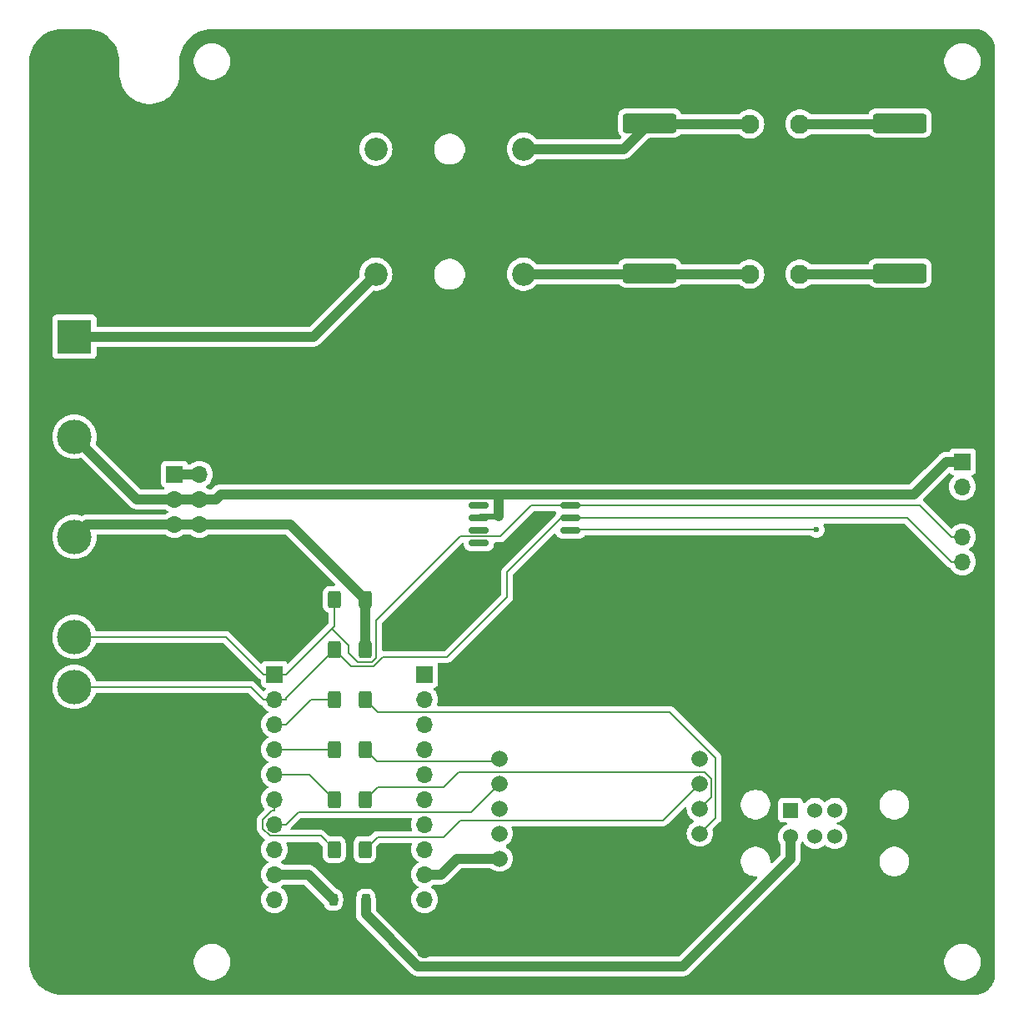
<source format=gbr>
%TF.GenerationSoftware,KiCad,Pcbnew,8.0.4-8.0.4-0~ubuntu22.04.1*%
%TF.CreationDate,2024-08-03T20:12:04+03:00*%
%TF.ProjectId,PM-CPU-ESP,504d2d43-5055-42d4-9553-502e6b696361,rev?*%
%TF.SameCoordinates,Original*%
%TF.FileFunction,Copper,L1,Top*%
%TF.FilePolarity,Positive*%
%FSLAX46Y46*%
G04 Gerber Fmt 4.6, Leading zero omitted, Abs format (unit mm)*
G04 Created by KiCad (PCBNEW 8.0.4-8.0.4-0~ubuntu22.04.1) date 2024-08-03 20:12:04*
%MOMM*%
%LPD*%
G01*
G04 APERTURE LIST*
G04 Aperture macros list*
%AMRoundRect*
0 Rectangle with rounded corners*
0 $1 Rounding radius*
0 $2 $3 $4 $5 $6 $7 $8 $9 X,Y pos of 4 corners*
0 Add a 4 corners polygon primitive as box body*
4,1,4,$2,$3,$4,$5,$6,$7,$8,$9,$2,$3,0*
0 Add four circle primitives for the rounded corners*
1,1,$1+$1,$2,$3*
1,1,$1+$1,$4,$5*
1,1,$1+$1,$6,$7*
1,1,$1+$1,$8,$9*
0 Add four rect primitives between the rounded corners*
20,1,$1+$1,$2,$3,$4,$5,0*
20,1,$1+$1,$4,$5,$6,$7,0*
20,1,$1+$1,$6,$7,$8,$9,0*
20,1,$1+$1,$8,$9,$2,$3,0*%
G04 Aperture macros list end*
%TA.AperFunction,ComponentPad*%
%ADD10R,1.700000X1.700000*%
%TD*%
%TA.AperFunction,ComponentPad*%
%ADD11O,1.700000X1.700000*%
%TD*%
%TA.AperFunction,SMDPad,CuDef*%
%ADD12RoundRect,0.250000X0.400000X0.625000X-0.400000X0.625000X-0.400000X-0.625000X0.400000X-0.625000X0*%
%TD*%
%TA.AperFunction,ComponentPad*%
%ADD13R,1.524000X1.524000*%
%TD*%
%TA.AperFunction,ComponentPad*%
%ADD14C,1.524000*%
%TD*%
%TA.AperFunction,ComponentPad*%
%ADD15R,1.665000X1.665000*%
%TD*%
%TA.AperFunction,ComponentPad*%
%ADD16C,1.665000*%
%TD*%
%TA.AperFunction,SMDPad,CuDef*%
%ADD17RoundRect,0.150000X-0.875000X-0.150000X0.875000X-0.150000X0.875000X0.150000X-0.875000X0.150000X0*%
%TD*%
%TA.AperFunction,SMDPad,CuDef*%
%ADD18RoundRect,0.249999X-2.450001X0.737501X-2.450001X-0.737501X2.450001X-0.737501X2.450001X0.737501X0*%
%TD*%
%TA.AperFunction,ComponentPad*%
%ADD19C,1.950000*%
%TD*%
%TA.AperFunction,SMDPad,CuDef*%
%ADD20RoundRect,0.225000X-0.225000X-0.375000X0.225000X-0.375000X0.225000X0.375000X-0.225000X0.375000X0*%
%TD*%
%TA.AperFunction,ComponentPad*%
%ADD21C,2.350000*%
%TD*%
%TA.AperFunction,ComponentPad*%
%ADD22R,3.500000X3.500000*%
%TD*%
%TA.AperFunction,ComponentPad*%
%ADD23C,3.500000*%
%TD*%
%TA.AperFunction,ViaPad*%
%ADD24C,0.600000*%
%TD*%
%TA.AperFunction,Conductor*%
%ADD25C,0.200000*%
%TD*%
%TA.AperFunction,Conductor*%
%ADD26C,1.000000*%
%TD*%
%TA.AperFunction,Conductor*%
%ADD27C,0.601000*%
%TD*%
G04 APERTURE END LIST*
D10*
%TO.P,J5,1,Pin_1*%
%TO.N,+5V*%
X125730000Y-87630000D03*
D11*
%TO.P,J5,2,Pin_2*%
%TO.N,+3.3V*%
X125730000Y-90170000D03*
%TO.P,J5,3,Pin_3*%
%TO.N,GND*%
X125730000Y-92710000D03*
%TO.P,J5,4,Pin_4*%
%TO.N,/SDA*%
X125730000Y-95250000D03*
%TO.P,J5,5,Pin_5*%
%TO.N,/SCL*%
X125730000Y-97790000D03*
%TD*%
D12*
%TO.P,R4,1*%
%TO.N,/MOSI*%
X65050000Y-111760000D03*
%TO.P,R4,2*%
%TO.N,Net-(J2-Pin_3)*%
X61950000Y-111760000D03*
%TD*%
D10*
%TO.P,J3,1,Pin_1*%
%TO.N,unconnected-(J3-Pin_1-Pad1)*%
X71120000Y-109220000D03*
D11*
%TO.P,J3,2,Pin_2*%
%TO.N,unconnected-(J3-Pin_2-Pad2)*%
X71120000Y-111760000D03*
%TO.P,J3,3,Pin_3*%
%TO.N,unconnected-(J3-Pin_3-Pad3)*%
X71120000Y-114300000D03*
%TO.P,J3,4,Pin_4*%
%TO.N,unconnected-(J3-Pin_4-Pad4)*%
X71120000Y-116840000D03*
%TO.P,J3,5,Pin_5*%
%TO.N,unconnected-(J3-Pin_5-Pad5)*%
X71120000Y-119380000D03*
%TO.P,J3,6,Pin_6*%
%TO.N,unconnected-(J3-Pin_6-Pad6)*%
X71120000Y-121920000D03*
%TO.P,J3,7,Pin_7*%
%TO.N,unconnected-(J3-Pin_7-Pad7)*%
X71120000Y-124460000D03*
%TO.P,J3,8,Pin_8*%
%TO.N,unconnected-(J3-Pin_8-Pad8)*%
X71120000Y-127000000D03*
%TO.P,J3,9,Pin_9*%
%TO.N,+3.3V*%
X71120000Y-129540000D03*
%TO.P,J3,10,Pin_10*%
X71120000Y-132080000D03*
%TO.P,J3,11,Pin_11*%
%TO.N,GND*%
X71120000Y-134620000D03*
%TO.P,J3,12,Pin_12*%
X71120000Y-137160000D03*
%TD*%
D13*
%TO.P,J1,1,5V*%
%TO.N,+5V*%
X108260000Y-123002500D03*
D14*
%TO.P,J1,2,D-*%
%TO.N,unconnected-(J1-D--Pad2)*%
X110760000Y-123002500D03*
%TO.P,J1,3,D+*%
%TO.N,unconnected-(J1-D+-Pad3)*%
X112760000Y-123002500D03*
%TO.P,J1,4,GND*%
%TO.N,GND*%
X115260000Y-123002500D03*
%TO.P,J1,5,5V*%
%TO.N,+5V*%
X108260000Y-125702500D03*
%TO.P,J1,6,D-*%
%TO.N,unconnected-(J1-D--Pad6)*%
X110760000Y-125702500D03*
%TO.P,J1,7,D+*%
%TO.N,unconnected-(J1-D+-Pad7)*%
X112760000Y-125702500D03*
%TO.P,J1,8,GND*%
%TO.N,GND*%
X115260000Y-125702500D03*
%TD*%
D15*
%TO.P,IC2,A1,GND_1*%
%TO.N,GND*%
X99060000Y-130460000D03*
D16*
%TO.P,IC2,A2,GND_2*%
X99060000Y-127920000D03*
%TO.P,IC2,A3,MOSI*%
%TO.N,/MOSI*%
X99060000Y-125380000D03*
%TO.P,IC2,A4,SCLK*%
%TO.N,/CLK*%
X99060000Y-122840000D03*
%TO.P,IC2,A5,CS*%
%TO.N,/CS*%
X99060000Y-120300000D03*
%TO.P,IC2,A6,INT*%
%TO.N,unconnected-(IC2-INT-PadA6)*%
X99060000Y-117760000D03*
D15*
%TO.P,IC2,B1,GND_3*%
%TO.N,GND*%
X78740000Y-130460000D03*
D16*
%TO.P,IC2,B2,3V3_1*%
%TO.N,+3.3V*%
X78740000Y-127920000D03*
%TO.P,IC2,B3,3V3_2*%
X78740000Y-125380000D03*
%TO.P,IC2,B4,NC*%
%TO.N,unconnected-(IC2-NC-PadB4)*%
X78740000Y-122840000D03*
%TO.P,IC2,B5,RST*%
%TO.N,/RST*%
X78740000Y-120300000D03*
%TO.P,IC2,B6,MISO*%
%TO.N,Net-(IC2-MISO)*%
X78740000Y-117760000D03*
%TD*%
D17*
%TO.P,U3,1,32KHZ*%
%TO.N,unconnected-(U3-32KHZ-Pad1)*%
X76630000Y-92075000D03*
%TO.P,U3,2,VCC*%
%TO.N,+5V*%
X76630000Y-93345000D03*
%TO.P,U3,3,~{INT}/SQW*%
%TO.N,unconnected-(U3-~{INT}{slash}SQW-Pad3)*%
X76630000Y-94615000D03*
%TO.P,U3,4,~{RST}*%
%TO.N,unconnected-(U3-~{RST}-Pad4)*%
X76630000Y-95885000D03*
%TO.P,U3,5,GND*%
%TO.N,GND*%
X76630000Y-97155000D03*
%TO.P,U3,6,GND*%
X76630000Y-98425000D03*
%TO.P,U3,7,GND*%
X76630000Y-99695000D03*
%TO.P,U3,8,GND*%
X76630000Y-100965000D03*
%TO.P,U3,9,GND*%
X85930000Y-100965000D03*
%TO.P,U3,10,GND*%
X85930000Y-99695000D03*
%TO.P,U3,11,GND*%
X85930000Y-98425000D03*
%TO.P,U3,12,GND*%
X85930000Y-97155000D03*
%TO.P,U3,13,GND*%
X85930000Y-95885000D03*
%TO.P,U3,14,VBAT*%
%TO.N,Net-(U3-VBAT)*%
X85930000Y-94615000D03*
%TO.P,U3,15,SDA*%
%TO.N,/SCL*%
X85930000Y-93345000D03*
%TO.P,U3,16,SCL*%
%TO.N,/SDA*%
X85930000Y-92075000D03*
%TD*%
D12*
%TO.P,R2,1*%
%TO.N,+3.3V*%
X65050000Y-106680000D03*
%TO.P,R2,2*%
%TO.N,/SCL*%
X61950000Y-106680000D03*
%TD*%
D18*
%TO.P,C1,1*%
%TO.N,+24V*%
X93980000Y-53242500D03*
%TO.P,C1,2*%
%TO.N,GND*%
X93980000Y-58517500D03*
%TD*%
D19*
%TO.P,J7,1,VIN*%
%TO.N,Net-(J7-VIN)*%
X104140000Y-68580000D03*
%TO.P,J7,2,GND*%
%TO.N,GND*%
X106680000Y-68580000D03*
%TO.P,J7,3,+VO*%
%TO.N,+3.3V*%
X109220000Y-68580000D03*
%TD*%
D12*
%TO.P,R5,1*%
%TO.N,/CLK*%
X65050000Y-121920000D03*
%TO.P,R5,2*%
%TO.N,Net-(J2-Pin_5)*%
X61950000Y-121920000D03*
%TD*%
D20*
%TO.P,D2,1,K*%
%TO.N,Net-(D2-K)*%
X61850000Y-132080000D03*
%TO.P,D2,2,A*%
%TO.N,+5V*%
X65150000Y-132080000D03*
%TD*%
D12*
%TO.P,R3,1*%
%TO.N,Net-(IC2-MISO)*%
X65050000Y-116840000D03*
%TO.P,R3,2*%
%TO.N,/MISO*%
X61950000Y-116840000D03*
%TD*%
D18*
%TO.P,C2,1*%
%TO.N,+5V*%
X119380000Y-53242500D03*
%TO.P,C2,2*%
%TO.N,GND*%
X119380000Y-58517500D03*
%TD*%
%TO.P,C3,1*%
%TO.N,Net-(J7-VIN)*%
X93980000Y-68482500D03*
%TO.P,C3,2*%
%TO.N,GND*%
X93980000Y-73757500D03*
%TD*%
%TO.P,C4,1*%
%TO.N,+3.3V*%
X119380000Y-68482500D03*
%TO.P,C4,2*%
%TO.N,GND*%
X119380000Y-73757500D03*
%TD*%
D21*
%TO.P,U1,1,1*%
%TO.N,/24V_IN*%
X66160000Y-68580000D03*
%TO.P,U1,2,2*%
%TO.N,Net-(J7-VIN)*%
X81160000Y-68580000D03*
%TD*%
%TO.P,U5,1,1*%
%TO.N,/24V_IN*%
X66160000Y-55880000D03*
%TO.P,U5,2,2*%
%TO.N,+24V*%
X81160000Y-55880000D03*
%TD*%
D10*
%TO.P,J2,1,Pin_1*%
%TO.N,/SDA*%
X55880000Y-109220000D03*
D11*
%TO.P,J2,2,Pin_2*%
%TO.N,/SCL*%
X55880000Y-111760000D03*
%TO.P,J2,3,Pin_3*%
%TO.N,Net-(J2-Pin_3)*%
X55880000Y-114300000D03*
%TO.P,J2,4,Pin_4*%
%TO.N,/MISO*%
X55880000Y-116840000D03*
%TO.P,J2,5,Pin_5*%
%TO.N,Net-(J2-Pin_5)*%
X55880000Y-119380000D03*
%TO.P,J2,6,Pin_6*%
%TO.N,Net-(J2-Pin_6)*%
X55880000Y-121920000D03*
%TO.P,J2,7,Pin_7*%
%TO.N,/RST*%
X55880000Y-124460000D03*
%TO.P,J2,8,Pin_8*%
%TO.N,unconnected-(J2-Pin_8-Pad8)*%
X55880000Y-127000000D03*
%TO.P,J2,9,Pin_9*%
%TO.N,Net-(D2-K)*%
X55880000Y-129540000D03*
%TO.P,J2,10,Pin_10*%
%TO.N,unconnected-(J2-Pin_10-Pad10)*%
X55880000Y-132080000D03*
%TO.P,J2,11,Pin_11*%
%TO.N,GND*%
X55880000Y-134620000D03*
%TO.P,J2,12,Pin_12*%
X55880000Y-137160000D03*
%TD*%
D12*
%TO.P,R6,1*%
%TO.N,/CS*%
X65050000Y-127000000D03*
%TO.P,R6,2*%
%TO.N,Net-(J2-Pin_6)*%
X61950000Y-127000000D03*
%TD*%
D19*
%TO.P,J6,1,VIN*%
%TO.N,+24V*%
X104140000Y-53340000D03*
%TO.P,J6,2,GND*%
%TO.N,GND*%
X106680000Y-53340000D03*
%TO.P,J6,3,+VO*%
%TO.N,+5V*%
X109220000Y-53340000D03*
%TD*%
D12*
%TO.P,R1,1*%
%TO.N,+3.3V*%
X65050000Y-101600000D03*
%TO.P,R1,2*%
%TO.N,/SDA*%
X61950000Y-101600000D03*
%TD*%
D10*
%TO.P,J12,1,1*%
%TO.N,+24V*%
X45720000Y-88900000D03*
D11*
%TO.P,J12,2,2*%
X48260000Y-88900000D03*
%TO.P,J12,3,3*%
%TO.N,+5V*%
X45720000Y-91440000D03*
%TO.P,J12,4,4*%
X48260000Y-91440000D03*
%TO.P,J12,5,5*%
%TO.N,+3.3V*%
X45720000Y-93980000D03*
%TO.P,J12,6,6*%
X48260000Y-93980000D03*
%TO.P,J12,7,7*%
%TO.N,GND*%
X45720000Y-96520000D03*
%TO.P,J12,8,8*%
X48260000Y-96520000D03*
%TD*%
D22*
%TO.P,J8,1,Pin_1*%
%TO.N,/24V_IN*%
X35560000Y-74930000D03*
D23*
%TO.P,J8,2,Pin_2*%
%TO.N,GND*%
X35560000Y-80010000D03*
%TO.P,J8,3,Pin_3*%
%TO.N,+5V*%
X35560000Y-85090000D03*
%TO.P,J8,4,Pin_4*%
%TO.N,GND*%
X35560000Y-90170000D03*
%TO.P,J8,5,Pin_5*%
%TO.N,+3.3V*%
X35560000Y-95250000D03*
%TO.P,J8,6,Pin_6*%
%TO.N,GND*%
X35560000Y-100330000D03*
%TO.P,J8,7,Pin_7*%
%TO.N,/SDA*%
X35560000Y-105410000D03*
%TO.P,J8,8,Pin_8*%
%TO.N,/SCL*%
X35560000Y-110490000D03*
%TD*%
D24*
%TO.N,GND*%
X71120000Y-104140000D03*
X73660000Y-104140000D03*
X73660000Y-101600000D03*
X71120000Y-101600000D03*
%TO.N,Net-(U3-VBAT)*%
X110923000Y-94536500D03*
%TD*%
D25*
%TO.N,/SCL*%
X61950000Y-106680000D02*
X63637600Y-108367600D01*
X66831686Y-107442000D02*
X73406000Y-107442000D01*
X63637600Y-108367600D02*
X65906086Y-108367600D01*
X79502000Y-101346000D02*
X79502000Y-98806000D01*
X65906086Y-108367600D02*
X66831686Y-107442000D01*
X73406000Y-107442000D02*
X79502000Y-101346000D01*
X79502000Y-98806000D02*
X84963000Y-93345000D01*
X84963000Y-93345000D02*
X85930000Y-93345000D01*
%TO.N,/SDA*%
X61705500Y-104546200D02*
X63429300Y-106270000D01*
X63429300Y-106270000D02*
X63429300Y-107047900D01*
X74711000Y-95215000D02*
X78775000Y-95215000D01*
X63429300Y-107047900D02*
X64349000Y-107967600D01*
X64349000Y-107967600D02*
X65740400Y-107967600D01*
X66187600Y-103738400D02*
X74711000Y-95215000D01*
X81915000Y-92075000D02*
X85930000Y-92075000D01*
X65740400Y-107967600D02*
X66187600Y-107520400D01*
X66187600Y-107520400D02*
X66187600Y-103738400D01*
X78775000Y-95215000D02*
X81915000Y-92075000D01*
D26*
%TO.N,Net-(J7-VIN)*%
X93882500Y-68580000D02*
X93980000Y-68482500D01*
X81160000Y-68580000D02*
X93882500Y-68580000D01*
X94077500Y-68580000D02*
X93980000Y-68482500D01*
X104140000Y-68580000D02*
X94077500Y-68580000D01*
D25*
%TO.N,/SDA*%
X125730000Y-95250000D02*
X124578300Y-95250000D01*
X121403300Y-92075000D02*
X85930000Y-92075000D01*
X124578300Y-95250000D02*
X121403300Y-92075000D01*
X55880000Y-109220000D02*
X57031700Y-109220000D01*
X61950000Y-104301700D02*
X61705500Y-104546200D01*
X61950000Y-101600000D02*
X61950000Y-104301700D01*
X61705500Y-104546200D02*
X57031700Y-109220000D01*
X50918300Y-105410000D02*
X54728300Y-109220000D01*
X35560000Y-105410000D02*
X50918300Y-105410000D01*
X55880000Y-109220000D02*
X54728300Y-109220000D01*
D26*
%TO.N,/24V_IN*%
X59810000Y-74930000D02*
X66160000Y-68580000D01*
X35560000Y-74930000D02*
X59810000Y-74930000D01*
D25*
%TO.N,Net-(J2-Pin_3)*%
X59571700Y-111760000D02*
X61950000Y-111760000D01*
X57031700Y-114300000D02*
X59571700Y-111760000D01*
X55880000Y-114300000D02*
X57031700Y-114300000D01*
%TO.N,/MISO*%
X55880000Y-116840000D02*
X61950000Y-116840000D01*
%TO.N,Net-(J2-Pin_5)*%
X59410000Y-119380000D02*
X61950000Y-121920000D01*
X55880000Y-119380000D02*
X59410000Y-119380000D01*
%TO.N,Net-(J2-Pin_6)*%
X60568500Y-125618500D02*
X61950000Y-127000000D01*
X55393200Y-125618500D02*
X60568500Y-125618500D01*
X54691400Y-124916700D02*
X55393200Y-125618500D01*
X54691400Y-123972400D02*
X54691400Y-124916700D01*
X55592100Y-123071700D02*
X54691400Y-123972400D01*
X55880000Y-123071700D02*
X55592100Y-123071700D01*
X55880000Y-121920000D02*
X55880000Y-123071700D01*
%TO.N,/CS*%
X66320000Y-125730000D02*
X65050000Y-127000000D01*
X73042300Y-125730000D02*
X66320000Y-125730000D01*
X74733000Y-124039300D02*
X73042300Y-125730000D01*
X95320700Y-124039300D02*
X74733000Y-124039300D01*
X99060000Y-120300000D02*
X95320700Y-124039300D01*
%TO.N,Net-(IC2-MISO)*%
X66232500Y-118022500D02*
X65050000Y-116840000D01*
X78477500Y-118022500D02*
X66232500Y-118022500D01*
X78740000Y-117760000D02*
X78477500Y-118022500D01*
%TO.N,/CLK*%
X66320000Y-120650000D02*
X65050000Y-121920000D01*
X73067300Y-120650000D02*
X66320000Y-120650000D01*
X74587000Y-119130300D02*
X73067300Y-120650000D01*
X99511300Y-119130300D02*
X74587000Y-119130300D01*
X100213600Y-119832600D02*
X99511300Y-119130300D01*
X100213600Y-121686400D02*
X100213600Y-119832600D01*
X99060000Y-122840000D02*
X100213600Y-121686400D01*
%TO.N,/MOSI*%
X66320000Y-113030000D02*
X65050000Y-111760000D01*
X95988100Y-113030000D02*
X66320000Y-113030000D01*
X100664100Y-117706000D02*
X95988100Y-113030000D01*
X100664100Y-123775900D02*
X100664100Y-117706000D01*
X99060000Y-125380000D02*
X100664100Y-123775900D01*
D26*
%TO.N,+24V*%
X48260000Y-88900000D02*
X45720000Y-88900000D01*
X91342500Y-55880000D02*
X93980000Y-53242500D01*
X81160000Y-55880000D02*
X91342500Y-55880000D01*
X94077500Y-53340000D02*
X93980000Y-53242500D01*
X104140000Y-53340000D02*
X94077500Y-53340000D01*
D25*
%TO.N,/RST*%
X58301700Y-123190000D02*
X57031700Y-124460000D01*
X75850000Y-123190000D02*
X58301700Y-123190000D01*
X78740000Y-120300000D02*
X75850000Y-123190000D01*
X55880000Y-124460000D02*
X57031700Y-124460000D01*
%TO.N,/SCL*%
X55880000Y-111760000D02*
X57031700Y-111760000D01*
X120133300Y-93345000D02*
X124578300Y-97790000D01*
X85930000Y-93345000D02*
X120133300Y-93345000D01*
X125730000Y-97790000D02*
X124578300Y-97790000D01*
X53458300Y-110490000D02*
X54728300Y-111760000D01*
X35560000Y-110490000D02*
X53458300Y-110490000D01*
X55880000Y-111760000D02*
X54728300Y-111760000D01*
X57031700Y-111598300D02*
X57031700Y-111760000D01*
X61950000Y-106680000D02*
X57031700Y-111598300D01*
%TO.N,Net-(U3-VBAT)*%
X86008500Y-94536500D02*
X85930000Y-94615000D01*
X110923000Y-94536500D02*
X86008500Y-94536500D01*
D26*
%TO.N,Net-(D2-K)*%
X59310000Y-129540000D02*
X55880000Y-129540000D01*
X61850000Y-132080000D02*
X59310000Y-129540000D01*
%TO.N,+3.3V*%
X36830000Y-93980000D02*
X45720000Y-93980000D01*
X35560000Y-95250000D02*
X36830000Y-93980000D01*
X45720000Y-93980000D02*
X48260000Y-93980000D01*
X119282500Y-68580000D02*
X119380000Y-68482500D01*
X109220000Y-68580000D02*
X119282500Y-68580000D01*
X74391700Y-127920000D02*
X72771700Y-129540000D01*
X78740000Y-127920000D02*
X74391700Y-127920000D01*
X71120000Y-129540000D02*
X72771700Y-129540000D01*
X57430000Y-93980000D02*
X65050000Y-101600000D01*
X48260000Y-93980000D02*
X57430000Y-93980000D01*
X65050000Y-101600000D02*
X65050000Y-106680000D01*
%TO.N,+5V*%
X41910000Y-91440000D02*
X45720000Y-91440000D01*
X35560000Y-85090000D02*
X41910000Y-91440000D01*
X45720000Y-91440000D02*
X48260000Y-91440000D01*
X48260000Y-91440000D02*
X49911700Y-91440000D01*
X108260000Y-127958100D02*
X108260000Y-125702500D01*
X97357600Y-138860500D02*
X108260000Y-127958100D01*
X70447600Y-138860500D02*
X97357600Y-138860500D01*
X65150000Y-133562900D02*
X70447600Y-138860500D01*
X65150000Y-132080000D02*
X65150000Y-133562900D01*
X119282500Y-53340000D02*
X119380000Y-53242500D01*
X109220000Y-53340000D02*
X119282500Y-53340000D01*
X49911700Y-91440000D02*
X50436600Y-90915100D01*
X120793200Y-90915100D02*
X78622500Y-90915100D01*
X124078300Y-87630000D02*
X120793200Y-90915100D01*
X125730000Y-87630000D02*
X124078300Y-87630000D01*
X50436600Y-90915100D02*
X78622500Y-90915100D01*
D27*
X76799200Y-93175800D02*
X76630000Y-93345000D01*
X78622500Y-93175800D02*
X76799200Y-93175800D01*
D26*
X78622500Y-90915100D02*
X78622500Y-93175800D01*
%TD*%
%TA.AperFunction,Conductor*%
%TO.N,GND*%
G36*
X84456132Y-92695185D02*
G01*
X84501887Y-92747989D01*
X84511831Y-92817147D01*
X84495825Y-92862620D01*
X84453257Y-92934599D01*
X84453254Y-92934605D01*
X84433101Y-93003972D01*
X84401706Y-93057057D01*
X79133286Y-98325478D01*
X79021481Y-98437282D01*
X79021479Y-98437285D01*
X78971361Y-98524094D01*
X78971359Y-98524096D01*
X78942425Y-98574209D01*
X78942424Y-98574210D01*
X78942423Y-98574215D01*
X78901499Y-98726943D01*
X78901499Y-98726945D01*
X78901499Y-98895046D01*
X78901500Y-98895059D01*
X78901500Y-101045903D01*
X78881815Y-101112942D01*
X78865181Y-101133584D01*
X73193584Y-106805181D01*
X73132261Y-106838666D01*
X73105903Y-106841500D01*
X66912100Y-106841500D01*
X66845061Y-106821815D01*
X66799306Y-106769011D01*
X66788100Y-106717500D01*
X66788100Y-104038497D01*
X66807785Y-103971458D01*
X66824419Y-103950816D01*
X74892819Y-95882416D01*
X74954142Y-95848931D01*
X75023834Y-95853915D01*
X75079767Y-95895787D01*
X75104184Y-95961251D01*
X75104500Y-95970097D01*
X75104500Y-96100701D01*
X75107401Y-96137567D01*
X75107402Y-96137573D01*
X75153254Y-96295393D01*
X75153255Y-96295396D01*
X75236917Y-96436862D01*
X75236923Y-96436870D01*
X75353129Y-96553076D01*
X75353133Y-96553079D01*
X75353135Y-96553081D01*
X75494602Y-96636744D01*
X75536224Y-96648836D01*
X75652426Y-96682597D01*
X75652429Y-96682597D01*
X75652431Y-96682598D01*
X75689306Y-96685500D01*
X75689314Y-96685500D01*
X77570686Y-96685500D01*
X77570694Y-96685500D01*
X77607569Y-96682598D01*
X77607571Y-96682597D01*
X77607573Y-96682597D01*
X77649191Y-96670505D01*
X77765398Y-96636744D01*
X77906865Y-96553081D01*
X78023081Y-96436865D01*
X78106744Y-96295398D01*
X78152598Y-96137569D01*
X78155500Y-96100694D01*
X78155500Y-95939500D01*
X78175185Y-95872461D01*
X78227989Y-95826706D01*
X78279500Y-95815500D01*
X78688331Y-95815500D01*
X78688347Y-95815501D01*
X78695943Y-95815501D01*
X78854054Y-95815501D01*
X78854057Y-95815501D01*
X79006785Y-95774577D01*
X79056904Y-95745639D01*
X79143716Y-95695520D01*
X79255520Y-95583716D01*
X79255520Y-95583714D01*
X79265728Y-95573507D01*
X79265729Y-95573504D01*
X82127417Y-92711819D01*
X82188740Y-92678334D01*
X82215098Y-92675500D01*
X84389093Y-92675500D01*
X84456132Y-92695185D01*
G37*
%TD.AperFunction*%
%TA.AperFunction,Conductor*%
G36*
X36833243Y-43680669D02*
G01*
X37169450Y-43698290D01*
X37182358Y-43699647D01*
X37511677Y-43751806D01*
X37524342Y-43754497D01*
X37846422Y-43840798D01*
X37858749Y-43844803D01*
X38170038Y-43964296D01*
X38181873Y-43969565D01*
X38478976Y-44120947D01*
X38490191Y-44127423D01*
X38769832Y-44309023D01*
X38780313Y-44316638D01*
X38988456Y-44485188D01*
X39039441Y-44526475D01*
X39049086Y-44535160D01*
X39284839Y-44770913D01*
X39293524Y-44780558D01*
X39503359Y-45039683D01*
X39510978Y-45050171D01*
X39692573Y-45329802D01*
X39699055Y-45341029D01*
X39828834Y-45595733D01*
X39850429Y-45638115D01*
X39855708Y-45649972D01*
X39975193Y-45961241D01*
X39979204Y-45973586D01*
X40065498Y-46295642D01*
X40068196Y-46308337D01*
X40120352Y-46637641D01*
X40121709Y-46650549D01*
X40139330Y-46986756D01*
X40139500Y-46993246D01*
X40139500Y-48419342D01*
X40172812Y-48736295D01*
X40172813Y-48736296D01*
X40239070Y-49048014D01*
X40239071Y-49048015D01*
X40239072Y-49048019D01*
X40337553Y-49351113D01*
X40404540Y-49501569D01*
X40467178Y-49642257D01*
X40467181Y-49642262D01*
X40626520Y-49918246D01*
X40626520Y-49918247D01*
X40813851Y-50176083D01*
X40909267Y-50282052D01*
X41027091Y-50412909D01*
X41139670Y-50514275D01*
X41263916Y-50626148D01*
X41263922Y-50626152D01*
X41263925Y-50626155D01*
X41425766Y-50743740D01*
X41521753Y-50813479D01*
X41701443Y-50917223D01*
X41797747Y-50972824D01*
X42088887Y-51102447D01*
X42391981Y-51200928D01*
X42391984Y-51200928D01*
X42391985Y-51200929D01*
X42434934Y-51210058D01*
X42703708Y-51267188D01*
X43020654Y-51300500D01*
X43020658Y-51300500D01*
X43339342Y-51300500D01*
X43339346Y-51300500D01*
X43656292Y-51267188D01*
X43968019Y-51200928D01*
X44271113Y-51102447D01*
X44562253Y-50972824D01*
X44838246Y-50813479D01*
X44838247Y-50813479D01*
X44886502Y-50778418D01*
X45096075Y-50626155D01*
X45332909Y-50412909D01*
X45546155Y-50176075D01*
X45733478Y-49918248D01*
X45892824Y-49642253D01*
X46022447Y-49351113D01*
X46120928Y-49048019D01*
X46187188Y-48736292D01*
X46220500Y-48419346D01*
X46220500Y-48260000D01*
X46220500Y-48194108D01*
X46220500Y-46993246D01*
X46220670Y-46986756D01*
X46223953Y-46924108D01*
X46226856Y-46868711D01*
X47679500Y-46868711D01*
X47679500Y-47111288D01*
X47711161Y-47351785D01*
X47773947Y-47586104D01*
X47866773Y-47810205D01*
X47866776Y-47810212D01*
X47988064Y-48020289D01*
X47988066Y-48020292D01*
X47988067Y-48020293D01*
X48135733Y-48212736D01*
X48135739Y-48212743D01*
X48307256Y-48384260D01*
X48307263Y-48384266D01*
X48420321Y-48471018D01*
X48499711Y-48531936D01*
X48709788Y-48653224D01*
X48933900Y-48746054D01*
X49168211Y-48808838D01*
X49348586Y-48832584D01*
X49408711Y-48840500D01*
X49408712Y-48840500D01*
X49651289Y-48840500D01*
X49699388Y-48834167D01*
X49891789Y-48808838D01*
X50126100Y-48746054D01*
X50350212Y-48653224D01*
X50560289Y-48531936D01*
X50752738Y-48384265D01*
X50924265Y-48212738D01*
X51071936Y-48020289D01*
X51193224Y-47810212D01*
X51286054Y-47586100D01*
X51348838Y-47351789D01*
X51380500Y-47111288D01*
X51380500Y-46868712D01*
X51380500Y-46868711D01*
X123879500Y-46868711D01*
X123879500Y-47111288D01*
X123911161Y-47351785D01*
X123973947Y-47586104D01*
X124066773Y-47810205D01*
X124066776Y-47810212D01*
X124188064Y-48020289D01*
X124188066Y-48020292D01*
X124188067Y-48020293D01*
X124335733Y-48212736D01*
X124335739Y-48212743D01*
X124507256Y-48384260D01*
X124507263Y-48384266D01*
X124620321Y-48471018D01*
X124699711Y-48531936D01*
X124909788Y-48653224D01*
X125133900Y-48746054D01*
X125368211Y-48808838D01*
X125548586Y-48832584D01*
X125608711Y-48840500D01*
X125608712Y-48840500D01*
X125851289Y-48840500D01*
X125899388Y-48834167D01*
X126091789Y-48808838D01*
X126326100Y-48746054D01*
X126550212Y-48653224D01*
X126760289Y-48531936D01*
X126952738Y-48384265D01*
X127124265Y-48212738D01*
X127271936Y-48020289D01*
X127393224Y-47810212D01*
X127486054Y-47586100D01*
X127548838Y-47351789D01*
X127580500Y-47111288D01*
X127580500Y-46868712D01*
X127548838Y-46628211D01*
X127486054Y-46393900D01*
X127393224Y-46169788D01*
X127271936Y-45959711D01*
X127124265Y-45767262D01*
X127124260Y-45767256D01*
X126952743Y-45595739D01*
X126952736Y-45595733D01*
X126760293Y-45448067D01*
X126760292Y-45448066D01*
X126760289Y-45448064D01*
X126574909Y-45341035D01*
X126550214Y-45326777D01*
X126550205Y-45326773D01*
X126326104Y-45233947D01*
X126199827Y-45200111D01*
X126091789Y-45171162D01*
X126091788Y-45171161D01*
X126091785Y-45171161D01*
X125851289Y-45139500D01*
X125851288Y-45139500D01*
X125608712Y-45139500D01*
X125608711Y-45139500D01*
X125368214Y-45171161D01*
X125133895Y-45233947D01*
X124909794Y-45326773D01*
X124909785Y-45326777D01*
X124699706Y-45448067D01*
X124507263Y-45595733D01*
X124507256Y-45595739D01*
X124335739Y-45767256D01*
X124335733Y-45767263D01*
X124188067Y-45959706D01*
X124066777Y-46169785D01*
X124066773Y-46169794D01*
X123973947Y-46393895D01*
X123911161Y-46628214D01*
X123879500Y-46868711D01*
X51380500Y-46868711D01*
X51348838Y-46628211D01*
X51286054Y-46393900D01*
X51193224Y-46169788D01*
X51071936Y-45959711D01*
X50924265Y-45767262D01*
X50924260Y-45767256D01*
X50752743Y-45595739D01*
X50752736Y-45595733D01*
X50560293Y-45448067D01*
X50560292Y-45448066D01*
X50560289Y-45448064D01*
X50374909Y-45341035D01*
X50350214Y-45326777D01*
X50350205Y-45326773D01*
X50126104Y-45233947D01*
X49999827Y-45200111D01*
X49891789Y-45171162D01*
X49891788Y-45171161D01*
X49891785Y-45171161D01*
X49651289Y-45139500D01*
X49651288Y-45139500D01*
X49408712Y-45139500D01*
X49408711Y-45139500D01*
X49168214Y-45171161D01*
X48933895Y-45233947D01*
X48709794Y-45326773D01*
X48709785Y-45326777D01*
X48499706Y-45448067D01*
X48307263Y-45595733D01*
X48307256Y-45595739D01*
X48135739Y-45767256D01*
X48135733Y-45767263D01*
X47988067Y-45959706D01*
X47866777Y-46169785D01*
X47866773Y-46169794D01*
X47773947Y-46393895D01*
X47711161Y-46628214D01*
X47679500Y-46868711D01*
X46226856Y-46868711D01*
X46238290Y-46650547D01*
X46239647Y-46637641D01*
X46241141Y-46628211D01*
X46291806Y-46308318D01*
X46294496Y-46295661D01*
X46380799Y-45973571D01*
X46384801Y-45961256D01*
X46504298Y-45649954D01*
X46509561Y-45638133D01*
X46660951Y-45341014D01*
X46667417Y-45329816D01*
X46849029Y-45050158D01*
X46856631Y-45039695D01*
X47066483Y-44780548D01*
X47075150Y-44770923D01*
X47310923Y-44535150D01*
X47320548Y-44526483D01*
X47579695Y-44316631D01*
X47590158Y-44309029D01*
X47869816Y-44127417D01*
X47881014Y-44120951D01*
X48178133Y-43969561D01*
X48189954Y-43964298D01*
X48501256Y-43844801D01*
X48513571Y-43840799D01*
X48835661Y-43754496D01*
X48848318Y-43751806D01*
X49177643Y-43699646D01*
X49190547Y-43698290D01*
X49526756Y-43680669D01*
X49533246Y-43680500D01*
X49595892Y-43680500D01*
X126934108Y-43680500D01*
X126995933Y-43680500D01*
X127004042Y-43680765D01*
X127026774Y-43682254D01*
X127258114Y-43697417D01*
X127274172Y-43699532D01*
X127519888Y-43748408D01*
X127535554Y-43752606D01*
X127686736Y-43803925D01*
X127772788Y-43833136D01*
X127787765Y-43839339D01*
X128005336Y-43946633D01*
X128012460Y-43950146D01*
X128026508Y-43958256D01*
X128234815Y-44097443D01*
X128247675Y-44107311D01*
X128362674Y-44208162D01*
X128436033Y-44272497D01*
X128447502Y-44283966D01*
X128612685Y-44472320D01*
X128622559Y-44485188D01*
X128761743Y-44693492D01*
X128769853Y-44707539D01*
X128880657Y-44932227D01*
X128886864Y-44947213D01*
X128967393Y-45184445D01*
X128971591Y-45200111D01*
X129020465Y-45445813D01*
X129022583Y-45461895D01*
X129039235Y-45715956D01*
X129039500Y-45724066D01*
X129039500Y-139695933D01*
X129039235Y-139704043D01*
X129022583Y-139958104D01*
X129020465Y-139974186D01*
X128971591Y-140219888D01*
X128967393Y-140235554D01*
X128886864Y-140472786D01*
X128880657Y-140487772D01*
X128769853Y-140712460D01*
X128761743Y-140726507D01*
X128622559Y-140934811D01*
X128612685Y-140947679D01*
X128447502Y-141136033D01*
X128436033Y-141147502D01*
X128247679Y-141312685D01*
X128234811Y-141322559D01*
X128026507Y-141461743D01*
X128012460Y-141469853D01*
X127787772Y-141580657D01*
X127772786Y-141586864D01*
X127535554Y-141667393D01*
X127519888Y-141671591D01*
X127274186Y-141720465D01*
X127258104Y-141722583D01*
X127004043Y-141739235D01*
X126995933Y-141739500D01*
X34293246Y-141739500D01*
X34286756Y-141739330D01*
X34284943Y-141739235D01*
X34282144Y-141739088D01*
X33950549Y-141721709D01*
X33937641Y-141720352D01*
X33608337Y-141668196D01*
X33595642Y-141665498D01*
X33273586Y-141579204D01*
X33261241Y-141575193D01*
X32949972Y-141455708D01*
X32938115Y-141450429D01*
X32757200Y-141358248D01*
X32641029Y-141299055D01*
X32629802Y-141292573D01*
X32350171Y-141110978D01*
X32339683Y-141103359D01*
X32080558Y-140893524D01*
X32070913Y-140884839D01*
X31835160Y-140649086D01*
X31826475Y-140639441D01*
X31703656Y-140487772D01*
X31616638Y-140380313D01*
X31609023Y-140369832D01*
X31427423Y-140090191D01*
X31420947Y-140078976D01*
X31269565Y-139781873D01*
X31264296Y-139770038D01*
X31144803Y-139458749D01*
X31140798Y-139446422D01*
X31054497Y-139124342D01*
X31051806Y-139111677D01*
X30999647Y-138782358D01*
X30998290Y-138769450D01*
X30980670Y-138433243D01*
X30980500Y-138426753D01*
X30980500Y-138308711D01*
X47679500Y-138308711D01*
X47679500Y-138551288D01*
X47711161Y-138791785D01*
X47773947Y-139026104D01*
X47814645Y-139124357D01*
X47866776Y-139250212D01*
X47988064Y-139460289D01*
X47988066Y-139460292D01*
X47988067Y-139460293D01*
X48135733Y-139652736D01*
X48135739Y-139652743D01*
X48307256Y-139824260D01*
X48307263Y-139824266D01*
X48355136Y-139861000D01*
X48499711Y-139971936D01*
X48709788Y-140093224D01*
X48933900Y-140186054D01*
X49168211Y-140248838D01*
X49348586Y-140272584D01*
X49408711Y-140280500D01*
X49408712Y-140280500D01*
X49651289Y-140280500D01*
X49699388Y-140274167D01*
X49891789Y-140248838D01*
X50126100Y-140186054D01*
X50350212Y-140093224D01*
X50560289Y-139971936D01*
X50752738Y-139824265D01*
X50924265Y-139652738D01*
X51071936Y-139460289D01*
X51193224Y-139250212D01*
X51286054Y-139026100D01*
X51348838Y-138791789D01*
X51380500Y-138551288D01*
X51380500Y-138308712D01*
X51348838Y-138068211D01*
X51286054Y-137833900D01*
X51193224Y-137609788D01*
X51071936Y-137399711D01*
X50924265Y-137207262D01*
X50924260Y-137207256D01*
X50752743Y-137035739D01*
X50752736Y-137035733D01*
X50560293Y-136888067D01*
X50560292Y-136888066D01*
X50560289Y-136888064D01*
X50350212Y-136766776D01*
X50350205Y-136766773D01*
X50126104Y-136673947D01*
X49891785Y-136611161D01*
X49651289Y-136579500D01*
X49651288Y-136579500D01*
X49408712Y-136579500D01*
X49408711Y-136579500D01*
X49168214Y-136611161D01*
X48933895Y-136673947D01*
X48709794Y-136766773D01*
X48709785Y-136766777D01*
X48499706Y-136888067D01*
X48307263Y-137035733D01*
X48307256Y-137035739D01*
X48135739Y-137207256D01*
X48135733Y-137207263D01*
X47988067Y-137399706D01*
X47866777Y-137609785D01*
X47866773Y-137609794D01*
X47773947Y-137833895D01*
X47711161Y-138068214D01*
X47679500Y-138308711D01*
X30980500Y-138308711D01*
X30980500Y-133661443D01*
X64149499Y-133661443D01*
X64187947Y-133854729D01*
X64187950Y-133854739D01*
X64263364Y-134036807D01*
X64263371Y-134036820D01*
X64372859Y-134200680D01*
X64372860Y-134200681D01*
X64372861Y-134200682D01*
X64512218Y-134340039D01*
X64512219Y-134340039D01*
X64519286Y-134347106D01*
X64519285Y-134347106D01*
X64519288Y-134347108D01*
X69670460Y-139498281D01*
X69670461Y-139498282D01*
X69806287Y-139634108D01*
X69809819Y-139637640D01*
X69973679Y-139747128D01*
X69973692Y-139747135D01*
X70102433Y-139800461D01*
X70145344Y-139818235D01*
X70155764Y-139822551D01*
X70252412Y-139841775D01*
X70300735Y-139851387D01*
X70349058Y-139861000D01*
X70349059Y-139861000D01*
X97456142Y-139861000D01*
X97475470Y-139857155D01*
X97552788Y-139841775D01*
X97649436Y-139822551D01*
X97702765Y-139800461D01*
X97831514Y-139747132D01*
X97995382Y-139637639D01*
X98134739Y-139498282D01*
X98134740Y-139498279D01*
X98141806Y-139491214D01*
X98141809Y-139491210D01*
X99324308Y-138308711D01*
X123879500Y-138308711D01*
X123879500Y-138551288D01*
X123911161Y-138791785D01*
X123973947Y-139026104D01*
X124014645Y-139124357D01*
X124066776Y-139250212D01*
X124188064Y-139460289D01*
X124188066Y-139460292D01*
X124188067Y-139460293D01*
X124335733Y-139652736D01*
X124335739Y-139652743D01*
X124507256Y-139824260D01*
X124507263Y-139824266D01*
X124555136Y-139861000D01*
X124699711Y-139971936D01*
X124909788Y-140093224D01*
X125133900Y-140186054D01*
X125368211Y-140248838D01*
X125548586Y-140272584D01*
X125608711Y-140280500D01*
X125608712Y-140280500D01*
X125851289Y-140280500D01*
X125899388Y-140274167D01*
X126091789Y-140248838D01*
X126326100Y-140186054D01*
X126550212Y-140093224D01*
X126760289Y-139971936D01*
X126952738Y-139824265D01*
X127124265Y-139652738D01*
X127271936Y-139460289D01*
X127393224Y-139250212D01*
X127486054Y-139026100D01*
X127548838Y-138791789D01*
X127580500Y-138551288D01*
X127580500Y-138308712D01*
X127548838Y-138068211D01*
X127486054Y-137833900D01*
X127393224Y-137609788D01*
X127271936Y-137399711D01*
X127124265Y-137207262D01*
X127124260Y-137207256D01*
X126952743Y-137035739D01*
X126952736Y-137035733D01*
X126760293Y-136888067D01*
X126760292Y-136888066D01*
X126760289Y-136888064D01*
X126550212Y-136766776D01*
X126550205Y-136766773D01*
X126326104Y-136673947D01*
X126091785Y-136611161D01*
X125851289Y-136579500D01*
X125851288Y-136579500D01*
X125608712Y-136579500D01*
X125608711Y-136579500D01*
X125368214Y-136611161D01*
X125133895Y-136673947D01*
X124909794Y-136766773D01*
X124909785Y-136766777D01*
X124699706Y-136888067D01*
X124507263Y-137035733D01*
X124507256Y-137035739D01*
X124335739Y-137207256D01*
X124335733Y-137207263D01*
X124188067Y-137399706D01*
X124066777Y-137609785D01*
X124066773Y-137609794D01*
X123973947Y-137833895D01*
X123911161Y-138068214D01*
X123879500Y-138308711D01*
X99324308Y-138308711D01*
X108897778Y-128735241D01*
X108897782Y-128735239D01*
X109037139Y-128595882D01*
X109146632Y-128432014D01*
X109222051Y-128249935D01*
X109226439Y-128227878D01*
X109251000Y-128104402D01*
X117309500Y-128104402D01*
X117309500Y-128340597D01*
X117346446Y-128573868D01*
X117419433Y-128798496D01*
X117526657Y-129008933D01*
X117665483Y-129200010D01*
X117832490Y-129367017D01*
X118023567Y-129505843D01*
X118090602Y-129539999D01*
X118234003Y-129613066D01*
X118234005Y-129613066D01*
X118234008Y-129613068D01*
X118354412Y-129652189D01*
X118458631Y-129686053D01*
X118691903Y-129723000D01*
X118691908Y-129723000D01*
X118928097Y-129723000D01*
X119161368Y-129686053D01*
X119385992Y-129613068D01*
X119596433Y-129505843D01*
X119787510Y-129367017D01*
X119954517Y-129200010D01*
X120093343Y-129008933D01*
X120200568Y-128798492D01*
X120273553Y-128573868D01*
X120285015Y-128501501D01*
X120310500Y-128340597D01*
X120310500Y-128104402D01*
X120273553Y-127871131D01*
X120213935Y-127687647D01*
X120200568Y-127646508D01*
X120200566Y-127646505D01*
X120200566Y-127646503D01*
X120107404Y-127463663D01*
X120093343Y-127436067D01*
X119954517Y-127244990D01*
X119787510Y-127077983D01*
X119596433Y-126939157D01*
X119557662Y-126919402D01*
X119385996Y-126831933D01*
X119161368Y-126758946D01*
X118928097Y-126722000D01*
X118928092Y-126722000D01*
X118691908Y-126722000D01*
X118691903Y-126722000D01*
X118458631Y-126758946D01*
X118234003Y-126831933D01*
X118023566Y-126939157D01*
X117939825Y-126999999D01*
X117832490Y-127077983D01*
X117832488Y-127077985D01*
X117832487Y-127077985D01*
X117665485Y-127244987D01*
X117665485Y-127244988D01*
X117665483Y-127244990D01*
X117661148Y-127250957D01*
X117526657Y-127436066D01*
X117419433Y-127646503D01*
X117346446Y-127871131D01*
X117309500Y-128104402D01*
X109251000Y-128104402D01*
X109260500Y-128056640D01*
X109260500Y-127859560D01*
X109260500Y-126513837D01*
X109280185Y-126446798D01*
X109282896Y-126442754D01*
X109357534Y-126336162D01*
X109397618Y-126250200D01*
X109443790Y-126197761D01*
X109510983Y-126178609D01*
X109577864Y-126198824D01*
X109622381Y-126250200D01*
X109627249Y-126260639D01*
X109662464Y-126336158D01*
X109662468Y-126336166D01*
X109789170Y-126517115D01*
X109789175Y-126517121D01*
X109945378Y-126673324D01*
X109945384Y-126673329D01*
X110126333Y-126800031D01*
X110126335Y-126800032D01*
X110126338Y-126800034D01*
X110326550Y-126893394D01*
X110539932Y-126950570D01*
X110697123Y-126964322D01*
X110759998Y-126969823D01*
X110760000Y-126969823D01*
X110760002Y-126969823D01*
X110815017Y-126965009D01*
X110980068Y-126950570D01*
X111193450Y-126893394D01*
X111393662Y-126800034D01*
X111574620Y-126673326D01*
X111672319Y-126575627D01*
X111733642Y-126542142D01*
X111803334Y-126547126D01*
X111847681Y-126575627D01*
X111945378Y-126673324D01*
X111945384Y-126673329D01*
X112126333Y-126800031D01*
X112126335Y-126800032D01*
X112126338Y-126800034D01*
X112326550Y-126893394D01*
X112539932Y-126950570D01*
X112697123Y-126964322D01*
X112759998Y-126969823D01*
X112760000Y-126969823D01*
X112760002Y-126969823D01*
X112815017Y-126965009D01*
X112980068Y-126950570D01*
X113193450Y-126893394D01*
X113393662Y-126800034D01*
X113574620Y-126673326D01*
X113730826Y-126517120D01*
X113857534Y-126336162D01*
X113950894Y-126135950D01*
X114008070Y-125922568D01*
X114027323Y-125702500D01*
X114008070Y-125482432D01*
X113950894Y-125269050D01*
X113857534Y-125068839D01*
X113760000Y-124929545D01*
X113730827Y-124887881D01*
X113655743Y-124812797D01*
X113574620Y-124731674D01*
X113574616Y-124731671D01*
X113574615Y-124731670D01*
X113393666Y-124604968D01*
X113393662Y-124604966D01*
X113380600Y-124598875D01*
X113193450Y-124511606D01*
X113193447Y-124511605D01*
X113193445Y-124511604D01*
X113086078Y-124482835D01*
X113046664Y-124472274D01*
X112987005Y-124435910D01*
X112956476Y-124373063D01*
X112964771Y-124303687D01*
X113009256Y-124249810D01*
X113046663Y-124232725D01*
X113193450Y-124193394D01*
X113393662Y-124100034D01*
X113574620Y-123973326D01*
X113730826Y-123817120D01*
X113857534Y-123636162D01*
X113950894Y-123435950D01*
X114008070Y-123222568D01*
X114022509Y-123057517D01*
X114027323Y-123002502D01*
X114027323Y-123002497D01*
X114008986Y-122792903D01*
X114008070Y-122782432D01*
X113950894Y-122569050D01*
X113857534Y-122368839D01*
X113819417Y-122314402D01*
X117309500Y-122314402D01*
X117309500Y-122550597D01*
X117346446Y-122783868D01*
X117419433Y-123008496D01*
X117526657Y-123218933D01*
X117665483Y-123410010D01*
X117832490Y-123577017D01*
X118023567Y-123715843D01*
X118122991Y-123766502D01*
X118234003Y-123823066D01*
X118234005Y-123823066D01*
X118234008Y-123823068D01*
X118267789Y-123834044D01*
X118458631Y-123896053D01*
X118691903Y-123933000D01*
X118691908Y-123933000D01*
X118928097Y-123933000D01*
X119161368Y-123896053D01*
X119169708Y-123893343D01*
X119385992Y-123823068D01*
X119596433Y-123715843D01*
X119787510Y-123577017D01*
X119954517Y-123410010D01*
X120093343Y-123218933D01*
X120200568Y-123008492D01*
X120273553Y-122783868D01*
X120285603Y-122707786D01*
X120310500Y-122550597D01*
X120310500Y-122314402D01*
X120273553Y-122081131D01*
X120221198Y-121920000D01*
X120200568Y-121856508D01*
X120200566Y-121856505D01*
X120200566Y-121856503D01*
X120111232Y-121681177D01*
X120093343Y-121646067D01*
X119954517Y-121454990D01*
X119787510Y-121287983D01*
X119596433Y-121149157D01*
X119559854Y-121130519D01*
X119385996Y-121041933D01*
X119161368Y-120968946D01*
X118928097Y-120932000D01*
X118928092Y-120932000D01*
X118691908Y-120932000D01*
X118691903Y-120932000D01*
X118458631Y-120968946D01*
X118234003Y-121041933D01*
X118023566Y-121149157D01*
X117940406Y-121209577D01*
X117832490Y-121287983D01*
X117832488Y-121287985D01*
X117832487Y-121287985D01*
X117665485Y-121454987D01*
X117665485Y-121454988D01*
X117665483Y-121454990D01*
X117631226Y-121502141D01*
X117526657Y-121646066D01*
X117419433Y-121856503D01*
X117346446Y-122081131D01*
X117309500Y-122314402D01*
X113819417Y-122314402D01*
X113744244Y-122207043D01*
X113730827Y-122187881D01*
X113672318Y-122129372D01*
X113574620Y-122031674D01*
X113574616Y-122031671D01*
X113574615Y-122031670D01*
X113393666Y-121904968D01*
X113393662Y-121904966D01*
X113346457Y-121882954D01*
X113193450Y-121811606D01*
X113193447Y-121811605D01*
X113193445Y-121811604D01*
X112980070Y-121754430D01*
X112980062Y-121754429D01*
X112760002Y-121735177D01*
X112759998Y-121735177D01*
X112539937Y-121754429D01*
X112539929Y-121754430D01*
X112326554Y-121811604D01*
X112326550Y-121811606D01*
X112304103Y-121822072D01*
X112126340Y-121904965D01*
X112126338Y-121904966D01*
X111945381Y-122031672D01*
X111847680Y-122129373D01*
X111786356Y-122162857D01*
X111716665Y-122157873D01*
X111672318Y-122129372D01*
X111574621Y-122031675D01*
X111574615Y-122031670D01*
X111393666Y-121904968D01*
X111393662Y-121904966D01*
X111346457Y-121882954D01*
X111193450Y-121811606D01*
X111193447Y-121811605D01*
X111193445Y-121811604D01*
X110980070Y-121754430D01*
X110980062Y-121754429D01*
X110760002Y-121735177D01*
X110759998Y-121735177D01*
X110539937Y-121754429D01*
X110539929Y-121754430D01*
X110326554Y-121811604D01*
X110326550Y-121811606D01*
X110304103Y-121822072D01*
X110126340Y-121904965D01*
X110126338Y-121904966D01*
X109945377Y-122031675D01*
X109789177Y-122187875D01*
X109747093Y-122247978D01*
X109692516Y-122291602D01*
X109623017Y-122298795D01*
X109560663Y-122267273D01*
X109525249Y-122207043D01*
X109522228Y-122190107D01*
X109516091Y-122133016D01*
X109465797Y-121998171D01*
X109465793Y-121998164D01*
X109379547Y-121882955D01*
X109379544Y-121882952D01*
X109264335Y-121796706D01*
X109264328Y-121796702D01*
X109129482Y-121746408D01*
X109129483Y-121746408D01*
X109069883Y-121740001D01*
X109069881Y-121740000D01*
X109069873Y-121740000D01*
X109069864Y-121740000D01*
X107450129Y-121740000D01*
X107450123Y-121740001D01*
X107390516Y-121746408D01*
X107255671Y-121796702D01*
X107255664Y-121796706D01*
X107140455Y-121882952D01*
X107140452Y-121882955D01*
X107054206Y-121998164D01*
X107054202Y-121998171D01*
X107003908Y-122133017D01*
X106997501Y-122192616D01*
X106997500Y-122192635D01*
X106997500Y-123812370D01*
X106997501Y-123812376D01*
X107003908Y-123871983D01*
X107054202Y-124006828D01*
X107054206Y-124006835D01*
X107140452Y-124122044D01*
X107140455Y-124122047D01*
X107255664Y-124208293D01*
X107255671Y-124208297D01*
X107390517Y-124258591D01*
X107390516Y-124258591D01*
X107397444Y-124259335D01*
X107450127Y-124265000D01*
X107805023Y-124264999D01*
X107872060Y-124284683D01*
X107917815Y-124337487D01*
X107927759Y-124406646D01*
X107898734Y-124470201D01*
X107839956Y-124507976D01*
X107837122Y-124508772D01*
X107826559Y-124511602D01*
X107826550Y-124511605D01*
X107826550Y-124511606D01*
X107808783Y-124519891D01*
X107626340Y-124604965D01*
X107626338Y-124604966D01*
X107445377Y-124731675D01*
X107289175Y-124887877D01*
X107162466Y-125068838D01*
X107162465Y-125068840D01*
X107069107Y-125269048D01*
X107069104Y-125269054D01*
X107011930Y-125482429D01*
X107011929Y-125482437D01*
X106992677Y-125702497D01*
X106992677Y-125702502D01*
X107011929Y-125922562D01*
X107011930Y-125922570D01*
X107069104Y-126135945D01*
X107069105Y-126135947D01*
X107069106Y-126135950D01*
X107162466Y-126336162D01*
X107237076Y-126442716D01*
X107259402Y-126508919D01*
X107259500Y-126513837D01*
X107259500Y-127492317D01*
X107239815Y-127559356D01*
X107223181Y-127579998D01*
X106422181Y-128380998D01*
X106360858Y-128414483D01*
X106291166Y-128409499D01*
X106235233Y-128367627D01*
X106210816Y-128302163D01*
X106210500Y-128293317D01*
X106210500Y-128104402D01*
X106173553Y-127871131D01*
X106113935Y-127687647D01*
X106100568Y-127646508D01*
X106100566Y-127646505D01*
X106100566Y-127646503D01*
X106007404Y-127463663D01*
X105993343Y-127436067D01*
X105854517Y-127244990D01*
X105687510Y-127077983D01*
X105496433Y-126939157D01*
X105457662Y-126919402D01*
X105285996Y-126831933D01*
X105061368Y-126758946D01*
X104828097Y-126722000D01*
X104828092Y-126722000D01*
X104591908Y-126722000D01*
X104591903Y-126722000D01*
X104358631Y-126758946D01*
X104134003Y-126831933D01*
X103923566Y-126939157D01*
X103839825Y-126999999D01*
X103732490Y-127077983D01*
X103732488Y-127077985D01*
X103732487Y-127077985D01*
X103565485Y-127244987D01*
X103565485Y-127244988D01*
X103565483Y-127244990D01*
X103561148Y-127250957D01*
X103426657Y-127436066D01*
X103319433Y-127646503D01*
X103246446Y-127871131D01*
X103209500Y-128104402D01*
X103209500Y-128340597D01*
X103246446Y-128573868D01*
X103319433Y-128798496D01*
X103426657Y-129008933D01*
X103565483Y-129200010D01*
X103732490Y-129367017D01*
X103923567Y-129505843D01*
X103990602Y-129539999D01*
X104134003Y-129613066D01*
X104134005Y-129613066D01*
X104134008Y-129613068D01*
X104254412Y-129652189D01*
X104358631Y-129686053D01*
X104591903Y-129723000D01*
X104780817Y-129723000D01*
X104847856Y-129742685D01*
X104893611Y-129795489D01*
X104903555Y-129864647D01*
X104874530Y-129928203D01*
X104868498Y-129934681D01*
X96979499Y-137823681D01*
X96918176Y-137857166D01*
X96891818Y-137860000D01*
X70913383Y-137860000D01*
X70846344Y-137840315D01*
X70825702Y-137823681D01*
X66186819Y-133184798D01*
X66153334Y-133123475D01*
X66150500Y-133097117D01*
X66150500Y-131981456D01*
X66112052Y-131788170D01*
X66112051Y-131788166D01*
X66112051Y-131788165D01*
X66109938Y-131783063D01*
X66100499Y-131735611D01*
X66100499Y-131656662D01*
X66100498Y-131656644D01*
X66090349Y-131557292D01*
X66090348Y-131557289D01*
X66038947Y-131402171D01*
X66037003Y-131396303D01*
X66036999Y-131396297D01*
X66036998Y-131396294D01*
X65947970Y-131251959D01*
X65947967Y-131251955D01*
X65828044Y-131132032D01*
X65828040Y-131132029D01*
X65683705Y-131043001D01*
X65683699Y-131042998D01*
X65683697Y-131042997D01*
X65679182Y-131041501D01*
X65522709Y-130989651D01*
X65423346Y-130979500D01*
X64876662Y-130979500D01*
X64876644Y-130979501D01*
X64777292Y-130989650D01*
X64777289Y-130989651D01*
X64616305Y-131042996D01*
X64616294Y-131043001D01*
X64471959Y-131132029D01*
X64471955Y-131132032D01*
X64352032Y-131251955D01*
X64352029Y-131251959D01*
X64263001Y-131396294D01*
X64262996Y-131396305D01*
X64209651Y-131557290D01*
X64199500Y-131656647D01*
X64199500Y-131735612D01*
X64190063Y-131783060D01*
X64187949Y-131788163D01*
X64187948Y-131788166D01*
X64149500Y-131981456D01*
X64149500Y-131981459D01*
X64149500Y-133661441D01*
X64149500Y-133661443D01*
X64149499Y-133661443D01*
X30980500Y-133661443D01*
X30980500Y-85089992D01*
X33304671Y-85089992D01*
X33304671Y-85090007D01*
X33323964Y-85384363D01*
X33323965Y-85384373D01*
X33323966Y-85384380D01*
X33381517Y-85673714D01*
X33381518Y-85673716D01*
X33381521Y-85673730D01*
X33476349Y-85953080D01*
X33606825Y-86217660D01*
X33606829Y-86217667D01*
X33770725Y-86462955D01*
X33965241Y-86684758D01*
X34156926Y-86852861D01*
X34187043Y-86879273D01*
X34432335Y-87043172D01*
X34696923Y-87173652D01*
X34976278Y-87268481D01*
X35265620Y-87326034D01*
X35293888Y-87327886D01*
X35559993Y-87345329D01*
X35560000Y-87345329D01*
X35560007Y-87345329D01*
X35795675Y-87329881D01*
X35854380Y-87326034D01*
X36143722Y-87268481D01*
X36204968Y-87247689D01*
X36274776Y-87244780D01*
X36332508Y-87277428D01*
X41129735Y-92074655D01*
X41129764Y-92074686D01*
X41272217Y-92217139D01*
X41382301Y-92290694D01*
X41436086Y-92326632D01*
X41436088Y-92326633D01*
X41436092Y-92326635D01*
X41490479Y-92349162D01*
X41552375Y-92374800D01*
X41618164Y-92402051D01*
X41635916Y-92405582D01*
X41679801Y-92414311D01*
X41811456Y-92440500D01*
X41811459Y-92440500D01*
X41811460Y-92440500D01*
X42008540Y-92440500D01*
X44759242Y-92440500D01*
X44826281Y-92460185D01*
X44846923Y-92476819D01*
X44848597Y-92478493D01*
X44848603Y-92478498D01*
X45034158Y-92608425D01*
X45077783Y-92663002D01*
X45084977Y-92732500D01*
X45053454Y-92794855D01*
X45034158Y-92811575D01*
X44848597Y-92941505D01*
X44846922Y-92943181D01*
X44846000Y-92943684D01*
X44844449Y-92944986D01*
X44844187Y-92944674D01*
X44785599Y-92976666D01*
X44759241Y-92979500D01*
X36731457Y-92979500D01*
X36680613Y-92989614D01*
X36655190Y-92994671D01*
X36538167Y-93017947D01*
X36538159Y-93017950D01*
X36484834Y-93040037D01*
X36484834Y-93040038D01*
X36443747Y-93057057D01*
X36356084Y-93093368D01*
X36350716Y-93096238D01*
X36350011Y-93094920D01*
X36290391Y-93113587D01*
X36248322Y-93107026D01*
X36143730Y-93071521D01*
X36143724Y-93071519D01*
X36143722Y-93071519D01*
X35854380Y-93013966D01*
X35854373Y-93013965D01*
X35854363Y-93013964D01*
X35560007Y-92994671D01*
X35559993Y-92994671D01*
X35265636Y-93013964D01*
X35265624Y-93013965D01*
X35265620Y-93013966D01*
X35265612Y-93013967D01*
X35265609Y-93013968D01*
X34976283Y-93071518D01*
X34976269Y-93071521D01*
X34696919Y-93166349D01*
X34432334Y-93296828D01*
X34187041Y-93460728D01*
X33965241Y-93655241D01*
X33770728Y-93877041D01*
X33606828Y-94122334D01*
X33476349Y-94386919D01*
X33381521Y-94666269D01*
X33381519Y-94666278D01*
X33323968Y-94955609D01*
X33323964Y-94955636D01*
X33304671Y-95249992D01*
X33304671Y-95250007D01*
X33323964Y-95544363D01*
X33323965Y-95544373D01*
X33323966Y-95544380D01*
X33380123Y-95826706D01*
X33381518Y-95833716D01*
X33381521Y-95833730D01*
X33476349Y-96113080D01*
X33606825Y-96377660D01*
X33606829Y-96377667D01*
X33770725Y-96622955D01*
X33965241Y-96844758D01*
X34049441Y-96918599D01*
X34187043Y-97039273D01*
X34432335Y-97203172D01*
X34696923Y-97333652D01*
X34976278Y-97428481D01*
X35265620Y-97486034D01*
X35293888Y-97487886D01*
X35559993Y-97505329D01*
X35560000Y-97505329D01*
X35560007Y-97505329D01*
X35795675Y-97489881D01*
X35854380Y-97486034D01*
X36143722Y-97428481D01*
X36423077Y-97333652D01*
X36687665Y-97203172D01*
X36932957Y-97039273D01*
X37154758Y-96844758D01*
X37349273Y-96622957D01*
X37513172Y-96377665D01*
X37643652Y-96113077D01*
X37738481Y-95833722D01*
X37796034Y-95544380D01*
X37799900Y-95485403D01*
X37815329Y-95250007D01*
X37815328Y-95249999D01*
X37806324Y-95112610D01*
X37821583Y-95044426D01*
X37871281Y-94995316D01*
X37930059Y-94980500D01*
X44759242Y-94980500D01*
X44826281Y-95000185D01*
X44846923Y-95016819D01*
X44848599Y-95018495D01*
X44945384Y-95086265D01*
X45042165Y-95154032D01*
X45042167Y-95154033D01*
X45042170Y-95154035D01*
X45256337Y-95253903D01*
X45256343Y-95253904D01*
X45256344Y-95253905D01*
X45287634Y-95262289D01*
X45484592Y-95315063D01*
X45672918Y-95331539D01*
X45719999Y-95335659D01*
X45720000Y-95335659D01*
X45720001Y-95335659D01*
X45759234Y-95332226D01*
X45955408Y-95315063D01*
X46183663Y-95253903D01*
X46397830Y-95154035D01*
X46591401Y-95018495D01*
X46593077Y-95016819D01*
X46593995Y-95016317D01*
X46595544Y-95015018D01*
X46595805Y-95015329D01*
X46654400Y-94983334D01*
X46680758Y-94980500D01*
X47299242Y-94980500D01*
X47366281Y-95000185D01*
X47386923Y-95016819D01*
X47388599Y-95018495D01*
X47485384Y-95086265D01*
X47582165Y-95154032D01*
X47582167Y-95154033D01*
X47582170Y-95154035D01*
X47796337Y-95253903D01*
X47796343Y-95253904D01*
X47796344Y-95253905D01*
X47827634Y-95262289D01*
X48024592Y-95315063D01*
X48212918Y-95331539D01*
X48259999Y-95335659D01*
X48260000Y-95335659D01*
X48260001Y-95335659D01*
X48299234Y-95332226D01*
X48495408Y-95315063D01*
X48723663Y-95253903D01*
X48937830Y-95154035D01*
X49131401Y-95018495D01*
X49133077Y-95016819D01*
X49133995Y-95016317D01*
X49135544Y-95015018D01*
X49135805Y-95015329D01*
X49194400Y-94983334D01*
X49220758Y-94980500D01*
X56964218Y-94980500D01*
X57031257Y-95000185D01*
X57051899Y-95016819D01*
X62047898Y-100012819D01*
X62081383Y-100074142D01*
X62076399Y-100143834D01*
X62034527Y-100199767D01*
X61969063Y-100224184D01*
X61960217Y-100224500D01*
X61499998Y-100224500D01*
X61499980Y-100224501D01*
X61397203Y-100235000D01*
X61397200Y-100235001D01*
X61230668Y-100290185D01*
X61230663Y-100290187D01*
X61081342Y-100382289D01*
X60957289Y-100506342D01*
X60865187Y-100655663D01*
X60865186Y-100655666D01*
X60810001Y-100822203D01*
X60810001Y-100822204D01*
X60810000Y-100822204D01*
X60799500Y-100924983D01*
X60799500Y-102275001D01*
X60799501Y-102275018D01*
X60810000Y-102377796D01*
X60810001Y-102377799D01*
X60865185Y-102544331D01*
X60865186Y-102544334D01*
X60957288Y-102693656D01*
X61081344Y-102817712D01*
X61230666Y-102909814D01*
X61264500Y-102921025D01*
X61321947Y-102960796D01*
X61348772Y-103025311D01*
X61349500Y-103038732D01*
X61349500Y-104001602D01*
X61329815Y-104068641D01*
X61313181Y-104089283D01*
X57318223Y-108084240D01*
X57256900Y-108117725D01*
X57187208Y-108112741D01*
X57131277Y-108070872D01*
X57087546Y-108012454D01*
X57087544Y-108012452D01*
X57087543Y-108012451D01*
X56972335Y-107926206D01*
X56972328Y-107926202D01*
X56837482Y-107875908D01*
X56837483Y-107875908D01*
X56777883Y-107869501D01*
X56777881Y-107869500D01*
X56777873Y-107869500D01*
X56777864Y-107869500D01*
X54982129Y-107869500D01*
X54982123Y-107869501D01*
X54922516Y-107875908D01*
X54787671Y-107926202D01*
X54787664Y-107926206D01*
X54672455Y-108012452D01*
X54672452Y-108012455D01*
X54628723Y-108070870D01*
X54572789Y-108112741D01*
X54503098Y-108117725D01*
X54441776Y-108084240D01*
X51405890Y-105048355D01*
X51405888Y-105048352D01*
X51287017Y-104929481D01*
X51287009Y-104929475D01*
X51168885Y-104861277D01*
X51168882Y-104861276D01*
X51150085Y-104850423D01*
X50997357Y-104809499D01*
X50839243Y-104809499D01*
X50831647Y-104809499D01*
X50831631Y-104809500D01*
X37821643Y-104809500D01*
X37754604Y-104789815D01*
X37708849Y-104737011D01*
X37704224Y-104725359D01*
X37681727Y-104659088D01*
X37643652Y-104546923D01*
X37513172Y-104282336D01*
X37349273Y-104037043D01*
X37273654Y-103950816D01*
X37154758Y-103815241D01*
X36932955Y-103620725D01*
X36687667Y-103456829D01*
X36687660Y-103456825D01*
X36423080Y-103326349D01*
X36143730Y-103231521D01*
X36143724Y-103231519D01*
X36143722Y-103231519D01*
X35854380Y-103173966D01*
X35854373Y-103173965D01*
X35854363Y-103173964D01*
X35560007Y-103154671D01*
X35559993Y-103154671D01*
X35265636Y-103173964D01*
X35265624Y-103173965D01*
X35265620Y-103173966D01*
X35265612Y-103173967D01*
X35265609Y-103173968D01*
X34976283Y-103231518D01*
X34976269Y-103231521D01*
X34696919Y-103326349D01*
X34432334Y-103456828D01*
X34187041Y-103620728D01*
X33965241Y-103815241D01*
X33770728Y-104037041D01*
X33606828Y-104282334D01*
X33476349Y-104546919D01*
X33381521Y-104826269D01*
X33381518Y-104826283D01*
X33323968Y-105115609D01*
X33323964Y-105115636D01*
X33304671Y-105409992D01*
X33304671Y-105410007D01*
X33323964Y-105704363D01*
X33323965Y-105704373D01*
X33323966Y-105704380D01*
X33363238Y-105901818D01*
X33381518Y-105993716D01*
X33381521Y-105993730D01*
X33476349Y-106273080D01*
X33606825Y-106537660D01*
X33606829Y-106537667D01*
X33770725Y-106782955D01*
X33965241Y-107004758D01*
X34187043Y-107199273D01*
X34432335Y-107363172D01*
X34696923Y-107493652D01*
X34976278Y-107588481D01*
X35265620Y-107646034D01*
X35293888Y-107647886D01*
X35559993Y-107665329D01*
X35560000Y-107665329D01*
X35560007Y-107665329D01*
X35795675Y-107649881D01*
X35854380Y-107646034D01*
X36143722Y-107588481D01*
X36423077Y-107493652D01*
X36687665Y-107363172D01*
X36932957Y-107199273D01*
X37154758Y-107004758D01*
X37349273Y-106782957D01*
X37513172Y-106537665D01*
X37643652Y-106273077D01*
X37704224Y-106094641D01*
X37744413Y-106037487D01*
X37809123Y-106011134D01*
X37821643Y-106010500D01*
X50618203Y-106010500D01*
X50685242Y-106030185D01*
X50705883Y-106046818D01*
X54359584Y-109700520D01*
X54359586Y-109700521D01*
X54359590Y-109700524D01*
X54467499Y-109762825D01*
X54515715Y-109813391D01*
X54529500Y-109870212D01*
X54529500Y-110117869D01*
X54529501Y-110117876D01*
X54535908Y-110177483D01*
X54586202Y-110312328D01*
X54586206Y-110312335D01*
X54672452Y-110427544D01*
X54672455Y-110427547D01*
X54787664Y-110513793D01*
X54787671Y-110513797D01*
X54919082Y-110562810D01*
X54975016Y-110604681D01*
X54999433Y-110670145D01*
X54984582Y-110738418D01*
X54963430Y-110766673D01*
X54861500Y-110868603D01*
X54800177Y-110902088D01*
X54730485Y-110897104D01*
X54686138Y-110868603D01*
X53945890Y-110128355D01*
X53945888Y-110128352D01*
X53827017Y-110009481D01*
X53827016Y-110009480D01*
X53740204Y-109959360D01*
X53740204Y-109959359D01*
X53740200Y-109959358D01*
X53690085Y-109930423D01*
X53537357Y-109889499D01*
X53379243Y-109889499D01*
X53371647Y-109889499D01*
X53371631Y-109889500D01*
X37821643Y-109889500D01*
X37754604Y-109869815D01*
X37708849Y-109817011D01*
X37704224Y-109805359D01*
X37668634Y-109700518D01*
X37643652Y-109626923D01*
X37513172Y-109362336D01*
X37349273Y-109117043D01*
X37218654Y-108968101D01*
X37154758Y-108895241D01*
X36932955Y-108700725D01*
X36687667Y-108536829D01*
X36687660Y-108536825D01*
X36423080Y-108406349D01*
X36143730Y-108311521D01*
X36143724Y-108311519D01*
X36143722Y-108311519D01*
X35854380Y-108253966D01*
X35854373Y-108253965D01*
X35854363Y-108253964D01*
X35560007Y-108234671D01*
X35559993Y-108234671D01*
X35265636Y-108253964D01*
X35265624Y-108253965D01*
X35265620Y-108253966D01*
X35265612Y-108253967D01*
X35265609Y-108253968D01*
X34976283Y-108311518D01*
X34976269Y-108311521D01*
X34696919Y-108406349D01*
X34432334Y-108536828D01*
X34187041Y-108700728D01*
X33965241Y-108895241D01*
X33770728Y-109117041D01*
X33606828Y-109362334D01*
X33476349Y-109626919D01*
X33381521Y-109906269D01*
X33381518Y-109906283D01*
X33323968Y-110195609D01*
X33323964Y-110195636D01*
X33304671Y-110489992D01*
X33304671Y-110490007D01*
X33323964Y-110784363D01*
X33323965Y-110784373D01*
X33323966Y-110784380D01*
X33363314Y-110982200D01*
X33381518Y-111073716D01*
X33381521Y-111073730D01*
X33476349Y-111353080D01*
X33606825Y-111617660D01*
X33606829Y-111617667D01*
X33770725Y-111862955D01*
X33965241Y-112084758D01*
X34187040Y-112279271D01*
X34187042Y-112279273D01*
X34357518Y-112393181D01*
X34432335Y-112443172D01*
X34696923Y-112573652D01*
X34976278Y-112668481D01*
X35265620Y-112726034D01*
X35293888Y-112727886D01*
X35559993Y-112745329D01*
X35560000Y-112745329D01*
X35560007Y-112745329D01*
X35795675Y-112729881D01*
X35854380Y-112726034D01*
X36143722Y-112668481D01*
X36423077Y-112573652D01*
X36687665Y-112443172D01*
X36816614Y-112357011D01*
X36932958Y-112279273D01*
X36932960Y-112279271D01*
X37154758Y-112084758D01*
X37220405Y-112009902D01*
X37349273Y-111862957D01*
X37513172Y-111617665D01*
X37643652Y-111353077D01*
X37704224Y-111174641D01*
X37744413Y-111117487D01*
X37809123Y-111091134D01*
X37821643Y-111090500D01*
X53158203Y-111090500D01*
X53225242Y-111110185D01*
X53245884Y-111126819D01*
X54243439Y-112124374D01*
X54243449Y-112124385D01*
X54247779Y-112128715D01*
X54247780Y-112128716D01*
X54359584Y-112240520D01*
X54359586Y-112240521D01*
X54359587Y-112240522D01*
X54375742Y-112249848D01*
X54426707Y-112279273D01*
X54496515Y-112319577D01*
X54617004Y-112351862D01*
X54676664Y-112388226D01*
X54697292Y-112419231D01*
X54705964Y-112437829D01*
X54705965Y-112437831D01*
X54841501Y-112631395D01*
X54841506Y-112631402D01*
X55008597Y-112798493D01*
X55008603Y-112798498D01*
X55194158Y-112928425D01*
X55237783Y-112983002D01*
X55244977Y-113052500D01*
X55213454Y-113114855D01*
X55194158Y-113131575D01*
X55008597Y-113261505D01*
X54841505Y-113428597D01*
X54705965Y-113622169D01*
X54705964Y-113622171D01*
X54606098Y-113836335D01*
X54606094Y-113836344D01*
X54544938Y-114064586D01*
X54544936Y-114064596D01*
X54524341Y-114299999D01*
X54524341Y-114300000D01*
X54544936Y-114535403D01*
X54544938Y-114535413D01*
X54606094Y-114763655D01*
X54606096Y-114763659D01*
X54606097Y-114763663D01*
X54669906Y-114900501D01*
X54705965Y-114977830D01*
X54705967Y-114977834D01*
X54841501Y-115171395D01*
X54841506Y-115171402D01*
X55008597Y-115338493D01*
X55008603Y-115338498D01*
X55194158Y-115468425D01*
X55237783Y-115523002D01*
X55244977Y-115592500D01*
X55213454Y-115654855D01*
X55194158Y-115671575D01*
X55008597Y-115801505D01*
X54841505Y-115968597D01*
X54705965Y-116162169D01*
X54705964Y-116162171D01*
X54612401Y-116362816D01*
X54606963Y-116374481D01*
X54606098Y-116376335D01*
X54606094Y-116376344D01*
X54544938Y-116604586D01*
X54544936Y-116604596D01*
X54524341Y-116839999D01*
X54524341Y-116840000D01*
X54544936Y-117075403D01*
X54544938Y-117075413D01*
X54606094Y-117303655D01*
X54606096Y-117303659D01*
X54606097Y-117303663D01*
X54703293Y-117512099D01*
X54705965Y-117517830D01*
X54705967Y-117517834D01*
X54841501Y-117711395D01*
X54841506Y-117711402D01*
X55008597Y-117878493D01*
X55008603Y-117878498D01*
X55194158Y-118008425D01*
X55237783Y-118063002D01*
X55244977Y-118132500D01*
X55213454Y-118194855D01*
X55194158Y-118211575D01*
X55008597Y-118341505D01*
X54841505Y-118508597D01*
X54705965Y-118702169D01*
X54705964Y-118702171D01*
X54606098Y-118916335D01*
X54606094Y-118916344D01*
X54544938Y-119144586D01*
X54544936Y-119144596D01*
X54524341Y-119379999D01*
X54524341Y-119380000D01*
X54544936Y-119615403D01*
X54544938Y-119615413D01*
X54606094Y-119843655D01*
X54606096Y-119843659D01*
X54606097Y-119843663D01*
X54678839Y-119999658D01*
X54705965Y-120057830D01*
X54705967Y-120057834D01*
X54841501Y-120251395D01*
X54841506Y-120251402D01*
X55008597Y-120418493D01*
X55008603Y-120418498D01*
X55194158Y-120548425D01*
X55237783Y-120603002D01*
X55244977Y-120672500D01*
X55213454Y-120734855D01*
X55194158Y-120751575D01*
X55008597Y-120881505D01*
X54841505Y-121048597D01*
X54705965Y-121242169D01*
X54705964Y-121242171D01*
X54606098Y-121456335D01*
X54606094Y-121456344D01*
X54544938Y-121684586D01*
X54544936Y-121684596D01*
X54524341Y-121919999D01*
X54524341Y-121920000D01*
X54544936Y-122155403D01*
X54544938Y-122155413D01*
X54606094Y-122383655D01*
X54606096Y-122383659D01*
X54606097Y-122383663D01*
X54692901Y-122569815D01*
X54705965Y-122597830D01*
X54705967Y-122597834D01*
X54841501Y-122791395D01*
X54841506Y-122791402D01*
X54844653Y-122794549D01*
X54878138Y-122855872D01*
X54873154Y-122925564D01*
X54844653Y-122969911D01*
X54210881Y-123603682D01*
X54210880Y-123603684D01*
X54178447Y-123659860D01*
X54131823Y-123740615D01*
X54090899Y-123893343D01*
X54090899Y-123893345D01*
X54090899Y-124061446D01*
X54090900Y-124061459D01*
X54090900Y-124830030D01*
X54090899Y-124830048D01*
X54090899Y-124995754D01*
X54090898Y-124995754D01*
X54090899Y-124995757D01*
X54131598Y-125147647D01*
X54131824Y-125148487D01*
X54144488Y-125170421D01*
X54144489Y-125170423D01*
X54210877Y-125285412D01*
X54210881Y-125285417D01*
X54329749Y-125404285D01*
X54329755Y-125404290D01*
X54860103Y-125934638D01*
X54893588Y-125995961D01*
X54888604Y-126065653D01*
X54860103Y-126110000D01*
X54841505Y-126128597D01*
X54705965Y-126322169D01*
X54705964Y-126322171D01*
X54606098Y-126536335D01*
X54606094Y-126536344D01*
X54544938Y-126764586D01*
X54544936Y-126764596D01*
X54524341Y-126999999D01*
X54524341Y-127000000D01*
X54544936Y-127235403D01*
X54544938Y-127235413D01*
X54606094Y-127463655D01*
X54606096Y-127463659D01*
X54606097Y-127463663D01*
X54619459Y-127492317D01*
X54705965Y-127677830D01*
X54705967Y-127677834D01*
X54841501Y-127871395D01*
X54841506Y-127871402D01*
X55008597Y-128038493D01*
X55008603Y-128038498D01*
X55194158Y-128168425D01*
X55237783Y-128223002D01*
X55244977Y-128292500D01*
X55213454Y-128354855D01*
X55194158Y-128371575D01*
X55008597Y-128501505D01*
X54841505Y-128668597D01*
X54705965Y-128862169D01*
X54705964Y-128862171D01*
X54606098Y-129076335D01*
X54606094Y-129076344D01*
X54544938Y-129304586D01*
X54544936Y-129304596D01*
X54524341Y-129539999D01*
X54524341Y-129540000D01*
X54544936Y-129775403D01*
X54544938Y-129775413D01*
X54606094Y-130003655D01*
X54606096Y-130003659D01*
X54606097Y-130003663D01*
X54687288Y-130177778D01*
X54705965Y-130217830D01*
X54705967Y-130217834D01*
X54841501Y-130411395D01*
X54841506Y-130411402D01*
X55008597Y-130578493D01*
X55008603Y-130578498D01*
X55194158Y-130708425D01*
X55237783Y-130763002D01*
X55244977Y-130832500D01*
X55213454Y-130894855D01*
X55194158Y-130911575D01*
X55008597Y-131041505D01*
X54841505Y-131208597D01*
X54705965Y-131402169D01*
X54705964Y-131402171D01*
X54606098Y-131616335D01*
X54606094Y-131616344D01*
X54544938Y-131844586D01*
X54544936Y-131844596D01*
X54524341Y-132079999D01*
X54524341Y-132080000D01*
X54544936Y-132315403D01*
X54544938Y-132315413D01*
X54606094Y-132543655D01*
X54606096Y-132543659D01*
X54606097Y-132543663D01*
X54633631Y-132602709D01*
X54705965Y-132757830D01*
X54705967Y-132757834D01*
X54811143Y-132908040D01*
X54841505Y-132951401D01*
X55008599Y-133118495D01*
X55051421Y-133148479D01*
X55202165Y-133254032D01*
X55202167Y-133254033D01*
X55202170Y-133254035D01*
X55416337Y-133353903D01*
X55644592Y-133415063D01*
X55832918Y-133431539D01*
X55879999Y-133435659D01*
X55880000Y-133435659D01*
X55880001Y-133435659D01*
X55919234Y-133432226D01*
X56115408Y-133415063D01*
X56343663Y-133353903D01*
X56557830Y-133254035D01*
X56751401Y-133118495D01*
X56918495Y-132951401D01*
X57054035Y-132757830D01*
X57153903Y-132543663D01*
X57215063Y-132315408D01*
X57235659Y-132080000D01*
X57215063Y-131844592D01*
X57153903Y-131616337D01*
X57054035Y-131402171D01*
X57049927Y-131396303D01*
X56918494Y-131208597D01*
X56751402Y-131041506D01*
X56751396Y-131041501D01*
X56565842Y-130911575D01*
X56522217Y-130856998D01*
X56515023Y-130787500D01*
X56546546Y-130725145D01*
X56565842Y-130708425D01*
X56588026Y-130692891D01*
X56751401Y-130578495D01*
X56753077Y-130576819D01*
X56753995Y-130576317D01*
X56755544Y-130575018D01*
X56755805Y-130575329D01*
X56814400Y-130543334D01*
X56840758Y-130540500D01*
X58844218Y-130540500D01*
X58911257Y-130560185D01*
X58931899Y-130576819D01*
X60872980Y-132517901D01*
X60906465Y-132579224D01*
X60908657Y-132592979D01*
X60909651Y-132602709D01*
X60962996Y-132763694D01*
X60963001Y-132763705D01*
X61052029Y-132908040D01*
X61052032Y-132908044D01*
X61171955Y-133027967D01*
X61171959Y-133027970D01*
X61316294Y-133116998D01*
X61316297Y-133116999D01*
X61316303Y-133117003D01*
X61477292Y-133170349D01*
X61576655Y-133180500D01*
X62123344Y-133180499D01*
X62123352Y-133180498D01*
X62123355Y-133180498D01*
X62177760Y-133174940D01*
X62222708Y-133170349D01*
X62383697Y-133117003D01*
X62528044Y-133027968D01*
X62647968Y-132908044D01*
X62737003Y-132763697D01*
X62790349Y-132602708D01*
X62800500Y-132503345D01*
X62800499Y-132424387D01*
X62809942Y-132376925D01*
X62812051Y-132371835D01*
X62850500Y-132178540D01*
X62850500Y-131981459D01*
X62850500Y-131981456D01*
X62850499Y-131981454D01*
X62812052Y-131788171D01*
X62812051Y-131788166D01*
X62812051Y-131788164D01*
X62809938Y-131783062D01*
X62800499Y-131735610D01*
X62800499Y-131656662D01*
X62800498Y-131656644D01*
X62790349Y-131557292D01*
X62790348Y-131557289D01*
X62738947Y-131402171D01*
X62737003Y-131396303D01*
X62736999Y-131396297D01*
X62736998Y-131396294D01*
X62647970Y-131251959D01*
X62647967Y-131251955D01*
X62528044Y-131132032D01*
X62528040Y-131132029D01*
X62383705Y-131043001D01*
X62383699Y-131042998D01*
X62383697Y-131042997D01*
X62222708Y-130989651D01*
X62222706Y-130989650D01*
X62222704Y-130989650D01*
X62222700Y-130989649D01*
X62212973Y-130988655D01*
X62148282Y-130962256D01*
X62137900Y-130952979D01*
X60094209Y-128909289D01*
X60094206Y-128909285D01*
X60094206Y-128909286D01*
X60087139Y-128902219D01*
X60087139Y-128902218D01*
X59947782Y-128762861D01*
X59947781Y-128762860D01*
X59947780Y-128762859D01*
X59783920Y-128653371D01*
X59783911Y-128653366D01*
X59700683Y-128618892D01*
X59655165Y-128600038D01*
X59628500Y-128588993D01*
X59601837Y-128577949D01*
X59601833Y-128577948D01*
X59500445Y-128557781D01*
X59469810Y-128551687D01*
X59408543Y-128539500D01*
X59408541Y-128539500D01*
X56840758Y-128539500D01*
X56773719Y-128519815D01*
X56753077Y-128503181D01*
X56751402Y-128501506D01*
X56751396Y-128501501D01*
X56565842Y-128371575D01*
X56522217Y-128316998D01*
X56515023Y-128247500D01*
X56546546Y-128185145D01*
X56565842Y-128168425D01*
X56588797Y-128152352D01*
X56751401Y-128038495D01*
X56918495Y-127871401D01*
X57054035Y-127677830D01*
X57153903Y-127463663D01*
X57215063Y-127235408D01*
X57235659Y-127000000D01*
X57215063Y-126764592D01*
X57155735Y-126543175D01*
X57153905Y-126536344D01*
X57153904Y-126536343D01*
X57153903Y-126536337D01*
X57092677Y-126405038D01*
X57088185Y-126395405D01*
X57077693Y-126326327D01*
X57106213Y-126262543D01*
X57164689Y-126224304D01*
X57200567Y-126219000D01*
X60268403Y-126219000D01*
X60335442Y-126238685D01*
X60356084Y-126255319D01*
X60763181Y-126662416D01*
X60796666Y-126723739D01*
X60799500Y-126750097D01*
X60799500Y-127675001D01*
X60799501Y-127675019D01*
X60810000Y-127777796D01*
X60810001Y-127777799D01*
X60857122Y-127919999D01*
X60865186Y-127944334D01*
X60957288Y-128093656D01*
X61081344Y-128217712D01*
X61230666Y-128309814D01*
X61397203Y-128364999D01*
X61499991Y-128375500D01*
X62400008Y-128375499D01*
X62400016Y-128375498D01*
X62400019Y-128375498D01*
X62493340Y-128365965D01*
X62502797Y-128364999D01*
X62669334Y-128309814D01*
X62818656Y-128217712D01*
X62942712Y-128093656D01*
X63034814Y-127944334D01*
X63089999Y-127777797D01*
X63100500Y-127675009D01*
X63100499Y-126324992D01*
X63089999Y-126222203D01*
X63034814Y-126055666D01*
X62942712Y-125906344D01*
X62818656Y-125782288D01*
X62689302Y-125702502D01*
X62669336Y-125690187D01*
X62669331Y-125690185D01*
X62667862Y-125689698D01*
X62502797Y-125635001D01*
X62502795Y-125635000D01*
X62400010Y-125624500D01*
X61499999Y-125624500D01*
X61499983Y-125624501D01*
X61489413Y-125625581D01*
X61420721Y-125612807D01*
X61389138Y-125589903D01*
X61056090Y-125256855D01*
X61056088Y-125256852D01*
X60937217Y-125137981D01*
X60937212Y-125137977D01*
X60823146Y-125072122D01*
X60800285Y-125058923D01*
X60793149Y-125057011D01*
X60647557Y-125017999D01*
X60489443Y-125017999D01*
X60481847Y-125017999D01*
X60481831Y-125018000D01*
X57622296Y-125018000D01*
X57555257Y-124998315D01*
X57509502Y-124945511D01*
X57499558Y-124876353D01*
X57528583Y-124812797D01*
X57534615Y-124806319D01*
X58514116Y-123826819D01*
X58575439Y-123793334D01*
X58601797Y-123790500D01*
X69747440Y-123790500D01*
X69814479Y-123810185D01*
X69860234Y-123862989D01*
X69870178Y-123932147D01*
X69859823Y-123966900D01*
X69846393Y-123995703D01*
X69846096Y-123996340D01*
X69846094Y-123996344D01*
X69784938Y-124224586D01*
X69784936Y-124224596D01*
X69764341Y-124459999D01*
X69764341Y-124460000D01*
X69784936Y-124695403D01*
X69784938Y-124695413D01*
X69846094Y-124923655D01*
X69846095Y-124923658D01*
X69846097Y-124923663D01*
X69859822Y-124953097D01*
X69870314Y-125022171D01*
X69841795Y-125085956D01*
X69783319Y-125124196D01*
X69747440Y-125129500D01*
X66399057Y-125129500D01*
X66240942Y-125129500D01*
X66088215Y-125170423D01*
X66088214Y-125170423D01*
X66088212Y-125170424D01*
X66088209Y-125170425D01*
X66038096Y-125199359D01*
X66038095Y-125199360D01*
X66026293Y-125206174D01*
X65951285Y-125249479D01*
X65951282Y-125249481D01*
X65839478Y-125361286D01*
X65610861Y-125589902D01*
X65549538Y-125623387D01*
X65510582Y-125625579D01*
X65500028Y-125624501D01*
X65500012Y-125624500D01*
X65500009Y-125624500D01*
X65500003Y-125624500D01*
X64599998Y-125624500D01*
X64599980Y-125624501D01*
X64497203Y-125635000D01*
X64497200Y-125635001D01*
X64330668Y-125690185D01*
X64330663Y-125690187D01*
X64181342Y-125782289D01*
X64057289Y-125906342D01*
X63965187Y-126055663D01*
X63965185Y-126055668D01*
X63947181Y-126110000D01*
X63910001Y-126222203D01*
X63910001Y-126222204D01*
X63910000Y-126222204D01*
X63899500Y-126324983D01*
X63899500Y-127675001D01*
X63899501Y-127675018D01*
X63910000Y-127777796D01*
X63910001Y-127777799D01*
X63957122Y-127919999D01*
X63965186Y-127944334D01*
X64057288Y-128093656D01*
X64181344Y-128217712D01*
X64330666Y-128309814D01*
X64497203Y-128364999D01*
X64599991Y-128375500D01*
X65500008Y-128375499D01*
X65500016Y-128375498D01*
X65500019Y-128375498D01*
X65593340Y-128365965D01*
X65602797Y-128364999D01*
X65769334Y-128309814D01*
X65918656Y-128217712D01*
X66042712Y-128093656D01*
X66134814Y-127944334D01*
X66189999Y-127777797D01*
X66200500Y-127675009D01*
X66200499Y-126750096D01*
X66220183Y-126683058D01*
X66236818Y-126662416D01*
X66532416Y-126366819D01*
X66593739Y-126333334D01*
X66620097Y-126330500D01*
X69747440Y-126330500D01*
X69814479Y-126350185D01*
X69860234Y-126402989D01*
X69870178Y-126472147D01*
X69859823Y-126506900D01*
X69855058Y-126517121D01*
X69846096Y-126536340D01*
X69846094Y-126536344D01*
X69784938Y-126764586D01*
X69784936Y-126764596D01*
X69764341Y-126999999D01*
X69764341Y-127000000D01*
X69784936Y-127235403D01*
X69784938Y-127235413D01*
X69846094Y-127463655D01*
X69846096Y-127463659D01*
X69846097Y-127463663D01*
X69859459Y-127492317D01*
X69945965Y-127677830D01*
X69945967Y-127677834D01*
X70081501Y-127871395D01*
X70081506Y-127871402D01*
X70248597Y-128038493D01*
X70248603Y-128038498D01*
X70434158Y-128168425D01*
X70477783Y-128223002D01*
X70484977Y-128292500D01*
X70453454Y-128354855D01*
X70434158Y-128371575D01*
X70248597Y-128501505D01*
X70081505Y-128668597D01*
X69945965Y-128862169D01*
X69945964Y-128862171D01*
X69846098Y-129076335D01*
X69846094Y-129076344D01*
X69784938Y-129304586D01*
X69784936Y-129304596D01*
X69764341Y-129539999D01*
X69764341Y-129540000D01*
X69784936Y-129775403D01*
X69784938Y-129775413D01*
X69846094Y-130003655D01*
X69846096Y-130003659D01*
X69846097Y-130003663D01*
X69927288Y-130177778D01*
X69945965Y-130217830D01*
X69945967Y-130217834D01*
X70081501Y-130411395D01*
X70081506Y-130411402D01*
X70248597Y-130578493D01*
X70248603Y-130578498D01*
X70434158Y-130708425D01*
X70477783Y-130763002D01*
X70484977Y-130832500D01*
X70453454Y-130894855D01*
X70434158Y-130911575D01*
X70248597Y-131041505D01*
X70081505Y-131208597D01*
X69945965Y-131402169D01*
X69945964Y-131402171D01*
X69846098Y-131616335D01*
X69846094Y-131616344D01*
X69784938Y-131844586D01*
X69784936Y-131844596D01*
X69764341Y-132079999D01*
X69764341Y-132080000D01*
X69784936Y-132315403D01*
X69784938Y-132315413D01*
X69846094Y-132543655D01*
X69846096Y-132543659D01*
X69846097Y-132543663D01*
X69873631Y-132602709D01*
X69945965Y-132757830D01*
X69945967Y-132757834D01*
X70051143Y-132908040D01*
X70081505Y-132951401D01*
X70248599Y-133118495D01*
X70291421Y-133148479D01*
X70442165Y-133254032D01*
X70442167Y-133254033D01*
X70442170Y-133254035D01*
X70656337Y-133353903D01*
X70884592Y-133415063D01*
X71072918Y-133431539D01*
X71119999Y-133435659D01*
X71120000Y-133435659D01*
X71120001Y-133435659D01*
X71159234Y-133432226D01*
X71355408Y-133415063D01*
X71583663Y-133353903D01*
X71797830Y-133254035D01*
X71991401Y-133118495D01*
X72158495Y-132951401D01*
X72294035Y-132757830D01*
X72393903Y-132543663D01*
X72455063Y-132315408D01*
X72475659Y-132080000D01*
X72455063Y-131844592D01*
X72393903Y-131616337D01*
X72294035Y-131402171D01*
X72289927Y-131396303D01*
X72158494Y-131208597D01*
X71991402Y-131041506D01*
X71991396Y-131041501D01*
X71805842Y-130911575D01*
X71762217Y-130856998D01*
X71755023Y-130787500D01*
X71786546Y-130725145D01*
X71805842Y-130708425D01*
X71828026Y-130692891D01*
X71991401Y-130578495D01*
X71993077Y-130576819D01*
X71993995Y-130576317D01*
X71995544Y-130575018D01*
X71995805Y-130575329D01*
X72054400Y-130543334D01*
X72080758Y-130540500D01*
X72870242Y-130540500D01*
X72889570Y-130536655D01*
X72966888Y-130521275D01*
X73063536Y-130502051D01*
X73116865Y-130479961D01*
X73245614Y-130426632D01*
X73409482Y-130317139D01*
X73548839Y-130177782D01*
X73548840Y-130177779D01*
X73555906Y-130170714D01*
X73555908Y-130170710D01*
X74769801Y-128956819D01*
X74831124Y-128923334D01*
X74857482Y-128920500D01*
X77805751Y-128920500D01*
X77872790Y-128940185D01*
X77876875Y-128942925D01*
X77879886Y-128945033D01*
X77879891Y-128945038D01*
X78070954Y-129078822D01*
X78198132Y-129138126D01*
X78282339Y-129177392D01*
X78282341Y-129177392D01*
X78282346Y-129177395D01*
X78507643Y-129237763D01*
X78693528Y-129254026D01*
X78739999Y-129258092D01*
X78740000Y-129258092D01*
X78740001Y-129258092D01*
X78778726Y-129254703D01*
X78972357Y-129237763D01*
X79197654Y-129177395D01*
X79409046Y-129078822D01*
X79600109Y-128945038D01*
X79765038Y-128780109D01*
X79898822Y-128589046D01*
X79997395Y-128377654D01*
X80057763Y-128152357D01*
X80078092Y-127920000D01*
X80057763Y-127687643D01*
X79997395Y-127462346D01*
X79898822Y-127250954D01*
X79765038Y-127059891D01*
X79600109Y-126894962D01*
X79409046Y-126761178D01*
X79409044Y-126761177D01*
X79404360Y-126758473D01*
X79405313Y-126756820D01*
X79359192Y-126716216D01*
X79340036Y-126649024D01*
X79360248Y-126582141D01*
X79405280Y-126543120D01*
X79404360Y-126541527D01*
X79409035Y-126538826D01*
X79409046Y-126538822D01*
X79600109Y-126405038D01*
X79765038Y-126240109D01*
X79898822Y-126049046D01*
X79997395Y-125837654D01*
X80057763Y-125612357D01*
X80078092Y-125380000D01*
X80057763Y-125147643D01*
X79997395Y-124922346D01*
X79981324Y-124887881D01*
X79947901Y-124816204D01*
X79937409Y-124747127D01*
X79965929Y-124683343D01*
X80024406Y-124645104D01*
X80060283Y-124639800D01*
X95234031Y-124639800D01*
X95234047Y-124639801D01*
X95241643Y-124639801D01*
X95399754Y-124639801D01*
X95399757Y-124639801D01*
X95552485Y-124598877D01*
X95619579Y-124560140D01*
X95689416Y-124519820D01*
X95801220Y-124408016D01*
X95801220Y-124408014D01*
X95811424Y-124397811D01*
X95811427Y-124397806D01*
X97514820Y-122694413D01*
X97576142Y-122660930D01*
X97645834Y-122665914D01*
X97701767Y-122707786D01*
X97726184Y-122773250D01*
X97726028Y-122792903D01*
X97721908Y-122839997D01*
X97721908Y-122840000D01*
X97742236Y-123072352D01*
X97742238Y-123072362D01*
X97802602Y-123297646D01*
X97802607Y-123297660D01*
X97867093Y-123435950D01*
X97901178Y-123509046D01*
X98034962Y-123700109D01*
X98199891Y-123865038D01*
X98390954Y-123998822D01*
X98390959Y-123998824D01*
X98395640Y-124001527D01*
X98394688Y-124003175D01*
X98440818Y-124043801D01*
X98459963Y-124110997D01*
X98439740Y-124177876D01*
X98394722Y-124216884D01*
X98395640Y-124218473D01*
X98390955Y-124221177D01*
X98326039Y-124266632D01*
X98199891Y-124354962D01*
X98199889Y-124354963D01*
X98199886Y-124354966D01*
X98034966Y-124519886D01*
X98034963Y-124519889D01*
X98034962Y-124519891D01*
X97975392Y-124604966D01*
X97901177Y-124710955D01*
X97901176Y-124710957D01*
X97802607Y-124922339D01*
X97802602Y-124922353D01*
X97742238Y-125147637D01*
X97742236Y-125147647D01*
X97721908Y-125379999D01*
X97721908Y-125380000D01*
X97742236Y-125612352D01*
X97742238Y-125612362D01*
X97802602Y-125837646D01*
X97802607Y-125837660D01*
X97901176Y-126049042D01*
X97901178Y-126049046D01*
X98034962Y-126240109D01*
X98199891Y-126405038D01*
X98390954Y-126538822D01*
X98518132Y-126598126D01*
X98602339Y-126637392D01*
X98602341Y-126637392D01*
X98602346Y-126637395D01*
X98827643Y-126697763D01*
X99013528Y-126714026D01*
X99059999Y-126718092D01*
X99060000Y-126718092D01*
X99060001Y-126718092D01*
X99098726Y-126714703D01*
X99292357Y-126697763D01*
X99517654Y-126637395D01*
X99729046Y-126538822D01*
X99920109Y-126405038D01*
X100085038Y-126240109D01*
X100218822Y-126049046D01*
X100317395Y-125837654D01*
X100377763Y-125612357D01*
X100398092Y-125380000D01*
X100377763Y-125147643D01*
X100346383Y-125030530D01*
X100348046Y-124960680D01*
X100378475Y-124910758D01*
X101022606Y-124266628D01*
X101022611Y-124266624D01*
X101032814Y-124256420D01*
X101032816Y-124256420D01*
X101144620Y-124144616D01*
X101203918Y-124041908D01*
X101223677Y-124007685D01*
X101264601Y-123854957D01*
X101264601Y-123696843D01*
X101264601Y-123689248D01*
X101264600Y-123689230D01*
X101264600Y-122314402D01*
X103209500Y-122314402D01*
X103209500Y-122550597D01*
X103246446Y-122783868D01*
X103319433Y-123008496D01*
X103426657Y-123218933D01*
X103565483Y-123410010D01*
X103732490Y-123577017D01*
X103923567Y-123715843D01*
X104022991Y-123766502D01*
X104134003Y-123823066D01*
X104134005Y-123823066D01*
X104134008Y-123823068D01*
X104167789Y-123834044D01*
X104358631Y-123896053D01*
X104591903Y-123933000D01*
X104591908Y-123933000D01*
X104828097Y-123933000D01*
X105061368Y-123896053D01*
X105069708Y-123893343D01*
X105285992Y-123823068D01*
X105496433Y-123715843D01*
X105687510Y-123577017D01*
X105854517Y-123410010D01*
X105993343Y-123218933D01*
X106100568Y-123008492D01*
X106173553Y-122783868D01*
X106185603Y-122707786D01*
X106210500Y-122550597D01*
X106210500Y-122314402D01*
X106173553Y-122081131D01*
X106121198Y-121920000D01*
X106100568Y-121856508D01*
X106100566Y-121856505D01*
X106100566Y-121856503D01*
X106011232Y-121681177D01*
X105993343Y-121646067D01*
X105854517Y-121454990D01*
X105687510Y-121287983D01*
X105496433Y-121149157D01*
X105459854Y-121130519D01*
X105285996Y-121041933D01*
X105061368Y-120968946D01*
X104828097Y-120932000D01*
X104828092Y-120932000D01*
X104591908Y-120932000D01*
X104591903Y-120932000D01*
X104358631Y-120968946D01*
X104134003Y-121041933D01*
X103923566Y-121149157D01*
X103840406Y-121209577D01*
X103732490Y-121287983D01*
X103732488Y-121287985D01*
X103732487Y-121287985D01*
X103565485Y-121454987D01*
X103565485Y-121454988D01*
X103565483Y-121454990D01*
X103531226Y-121502141D01*
X103426657Y-121646066D01*
X103319433Y-121856503D01*
X103246446Y-122081131D01*
X103209500Y-122314402D01*
X101264600Y-122314402D01*
X101264600Y-117795060D01*
X101264601Y-117795047D01*
X101264601Y-117626944D01*
X101262150Y-117617796D01*
X101223677Y-117474216D01*
X101204211Y-117440500D01*
X101144624Y-117337290D01*
X101144618Y-117337282D01*
X96475690Y-112668355D01*
X96475688Y-112668352D01*
X96356817Y-112549481D01*
X96356816Y-112549480D01*
X96270004Y-112499360D01*
X96270004Y-112499359D01*
X96270000Y-112499358D01*
X96219885Y-112470423D01*
X96067157Y-112429499D01*
X95909043Y-112429499D01*
X95901447Y-112429499D01*
X95901431Y-112429500D01*
X72492560Y-112429500D01*
X72425521Y-112409815D01*
X72379766Y-112357011D01*
X72369822Y-112287853D01*
X72380176Y-112253099D01*
X72393903Y-112223663D01*
X72455063Y-111995408D01*
X72475659Y-111760000D01*
X72455063Y-111524592D01*
X72393903Y-111296337D01*
X72294035Y-111082171D01*
X72270180Y-111048103D01*
X72158496Y-110888600D01*
X72138499Y-110868603D01*
X72036567Y-110766671D01*
X72003084Y-110705351D01*
X72008068Y-110635659D01*
X72049939Y-110579725D01*
X72080915Y-110562810D01*
X72212331Y-110513796D01*
X72327546Y-110427546D01*
X72413796Y-110312331D01*
X72464091Y-110177483D01*
X72470500Y-110117873D01*
X72470499Y-108322128D01*
X72464091Y-108262517D01*
X72444440Y-108209832D01*
X72439457Y-108140142D01*
X72472942Y-108078819D01*
X72534265Y-108045334D01*
X72560623Y-108042500D01*
X73319331Y-108042500D01*
X73319347Y-108042501D01*
X73326943Y-108042501D01*
X73485054Y-108042501D01*
X73485057Y-108042501D01*
X73637785Y-108001577D01*
X73687904Y-107972639D01*
X73774716Y-107922520D01*
X73886520Y-107810716D01*
X73886520Y-107810714D01*
X73896728Y-107800507D01*
X73896730Y-107800504D01*
X79870713Y-101826521D01*
X79870716Y-101826520D01*
X79982520Y-101714716D01*
X80032639Y-101627904D01*
X80061577Y-101577785D01*
X80102501Y-101425057D01*
X80102501Y-101266943D01*
X80102501Y-101259348D01*
X80102500Y-101259330D01*
X80102500Y-99106097D01*
X80122185Y-99039058D01*
X80138819Y-99018416D01*
X82159016Y-96998219D01*
X84232638Y-94924596D01*
X84293959Y-94891113D01*
X84363651Y-94896097D01*
X84419584Y-94937969D01*
X84439393Y-94977684D01*
X84453253Y-95025393D01*
X84453255Y-95025396D01*
X84453256Y-95025398D01*
X84464509Y-95044426D01*
X84536917Y-95166862D01*
X84536923Y-95166870D01*
X84653129Y-95283076D01*
X84653133Y-95283079D01*
X84653135Y-95283081D01*
X84794602Y-95366744D01*
X84836224Y-95378836D01*
X84952426Y-95412597D01*
X84952429Y-95412597D01*
X84952431Y-95412598D01*
X84989306Y-95415500D01*
X84989314Y-95415500D01*
X86870686Y-95415500D01*
X86870694Y-95415500D01*
X86907569Y-95412598D01*
X86907571Y-95412597D01*
X86907573Y-95412597D01*
X86949191Y-95400505D01*
X87065398Y-95366744D01*
X87206865Y-95283081D01*
X87239954Y-95249992D01*
X87316628Y-95173319D01*
X87377951Y-95139834D01*
X87404309Y-95137000D01*
X110340588Y-95137000D01*
X110407627Y-95156685D01*
X110417903Y-95164055D01*
X110420736Y-95166314D01*
X110420738Y-95166316D01*
X110534270Y-95237652D01*
X110560128Y-95253901D01*
X110573478Y-95262289D01*
X110743745Y-95321868D01*
X110743750Y-95321869D01*
X110922996Y-95342065D01*
X110923000Y-95342065D01*
X110923004Y-95342065D01*
X111102249Y-95321869D01*
X111102252Y-95321868D01*
X111102255Y-95321868D01*
X111272522Y-95262289D01*
X111425262Y-95166316D01*
X111552816Y-95038762D01*
X111648789Y-94886022D01*
X111708368Y-94715755D01*
X111720096Y-94611666D01*
X111728565Y-94536503D01*
X111728565Y-94536496D01*
X111708369Y-94357250D01*
X111708368Y-94357245D01*
X111678279Y-94271255D01*
X111648789Y-94186978D01*
X111642080Y-94176300D01*
X111616426Y-94135472D01*
X111597426Y-94068235D01*
X111617794Y-94001400D01*
X111671062Y-93956186D01*
X111721420Y-93945500D01*
X119833203Y-93945500D01*
X119900242Y-93965185D01*
X119920884Y-93981819D01*
X124093439Y-98154374D01*
X124093449Y-98154385D01*
X124097779Y-98158715D01*
X124097780Y-98158716D01*
X124209584Y-98270520D01*
X124296395Y-98320639D01*
X124296397Y-98320641D01*
X124346513Y-98349576D01*
X124346515Y-98349577D01*
X124467004Y-98381862D01*
X124526664Y-98418226D01*
X124547292Y-98449231D01*
X124555964Y-98467829D01*
X124555965Y-98467831D01*
X124661242Y-98618182D01*
X124691505Y-98661401D01*
X124858599Y-98828495D01*
X124939378Y-98885057D01*
X125052165Y-98964032D01*
X125052167Y-98964033D01*
X125052170Y-98964035D01*
X125266337Y-99063903D01*
X125494592Y-99125063D01*
X125682918Y-99141539D01*
X125729999Y-99145659D01*
X125730000Y-99145659D01*
X125730001Y-99145659D01*
X125769234Y-99142226D01*
X125965408Y-99125063D01*
X126193663Y-99063903D01*
X126407830Y-98964035D01*
X126601401Y-98828495D01*
X126768495Y-98661401D01*
X126904035Y-98467830D01*
X127003903Y-98253663D01*
X127065063Y-98025408D01*
X127085659Y-97790000D01*
X127065063Y-97554592D01*
X127005863Y-97333652D01*
X127003905Y-97326344D01*
X127003904Y-97326343D01*
X127003903Y-97326337D01*
X126904035Y-97112171D01*
X126852993Y-97039274D01*
X126768494Y-96918597D01*
X126601402Y-96751506D01*
X126601396Y-96751501D01*
X126415842Y-96621575D01*
X126372217Y-96566998D01*
X126365023Y-96497500D01*
X126396546Y-96435145D01*
X126415842Y-96418425D01*
X126474060Y-96377660D01*
X126601401Y-96288495D01*
X126768495Y-96121401D01*
X126904035Y-95927830D01*
X127003903Y-95713663D01*
X127065063Y-95485408D01*
X127085659Y-95250000D01*
X127065063Y-95014592D01*
X127003903Y-94786337D01*
X126904035Y-94572171D01*
X126879061Y-94536503D01*
X126768494Y-94378597D01*
X126601402Y-94211506D01*
X126601395Y-94211501D01*
X126591542Y-94204602D01*
X126551123Y-94176300D01*
X126407834Y-94075967D01*
X126407830Y-94075965D01*
X126318346Y-94034238D01*
X126193663Y-93976097D01*
X126193659Y-93976096D01*
X126193655Y-93976094D01*
X125965413Y-93914938D01*
X125965403Y-93914936D01*
X125730001Y-93894341D01*
X125729999Y-93894341D01*
X125494596Y-93914936D01*
X125494586Y-93914938D01*
X125266344Y-93976094D01*
X125266337Y-93976096D01*
X125266337Y-93976097D01*
X125257967Y-93980000D01*
X125052171Y-94075964D01*
X125052169Y-94075965D01*
X124858597Y-94211505D01*
X124711500Y-94358603D01*
X124650177Y-94392088D01*
X124580485Y-94387104D01*
X124536138Y-94358603D01*
X121890890Y-91713355D01*
X121890888Y-91713352D01*
X121772017Y-91594481D01*
X121772016Y-91594480D01*
X121757735Y-91586234D01*
X121709519Y-91535670D01*
X121696294Y-91467063D01*
X121722261Y-91402198D01*
X121732044Y-91391174D01*
X124319898Y-88803320D01*
X124381219Y-88769837D01*
X124450911Y-88774821D01*
X124506842Y-88816692D01*
X124522454Y-88837546D01*
X124522457Y-88837548D01*
X124637664Y-88923793D01*
X124637671Y-88923797D01*
X124769081Y-88972810D01*
X124825015Y-89014681D01*
X124849432Y-89080145D01*
X124834580Y-89148418D01*
X124813430Y-89176673D01*
X124691503Y-89298600D01*
X124555965Y-89492169D01*
X124555964Y-89492171D01*
X124456098Y-89706335D01*
X124456094Y-89706344D01*
X124394938Y-89934586D01*
X124394936Y-89934596D01*
X124374341Y-90169999D01*
X124374341Y-90170000D01*
X124394936Y-90405403D01*
X124394938Y-90405413D01*
X124456094Y-90633655D01*
X124456096Y-90633659D01*
X124456097Y-90633663D01*
X124555965Y-90847830D01*
X124555967Y-90847834D01*
X124664281Y-91002521D01*
X124691505Y-91041401D01*
X124858599Y-91208495D01*
X124955384Y-91276265D01*
X125052165Y-91344032D01*
X125052167Y-91344033D01*
X125052170Y-91344035D01*
X125266337Y-91443903D01*
X125494592Y-91505063D01*
X125682918Y-91521539D01*
X125729999Y-91525659D01*
X125730000Y-91525659D01*
X125730001Y-91525659D01*
X125769234Y-91522226D01*
X125965408Y-91505063D01*
X126193663Y-91443903D01*
X126407830Y-91344035D01*
X126601401Y-91208495D01*
X126768495Y-91041401D01*
X126904035Y-90847830D01*
X127003903Y-90633663D01*
X127065063Y-90405408D01*
X127085659Y-90170000D01*
X127083690Y-90147500D01*
X127076772Y-90068425D01*
X127065063Y-89934592D01*
X127003903Y-89706337D01*
X126904035Y-89492171D01*
X126768495Y-89298599D01*
X126646567Y-89176671D01*
X126613084Y-89115351D01*
X126618068Y-89045659D01*
X126659939Y-88989725D01*
X126690915Y-88972810D01*
X126822331Y-88923796D01*
X126937546Y-88837546D01*
X127023796Y-88722331D01*
X127074091Y-88587483D01*
X127080500Y-88527873D01*
X127080499Y-86732128D01*
X127074091Y-86672517D01*
X127072387Y-86667949D01*
X127023797Y-86537671D01*
X127023793Y-86537664D01*
X126937547Y-86422455D01*
X126937544Y-86422452D01*
X126822335Y-86336206D01*
X126822328Y-86336202D01*
X126687482Y-86285908D01*
X126687483Y-86285908D01*
X126627883Y-86279501D01*
X126627881Y-86279500D01*
X126627873Y-86279500D01*
X126627864Y-86279500D01*
X124832129Y-86279500D01*
X124832123Y-86279501D01*
X124772516Y-86285908D01*
X124637671Y-86336202D01*
X124637664Y-86336206D01*
X124522455Y-86422452D01*
X124522452Y-86422455D01*
X124436206Y-86537664D01*
X124436204Y-86537668D01*
X124436204Y-86537669D01*
X124432039Y-86548834D01*
X124390171Y-86604766D01*
X124324707Y-86629184D01*
X124315859Y-86629500D01*
X123979755Y-86629500D01*
X123883112Y-86648724D01*
X123786471Y-86667947D01*
X123786463Y-86667949D01*
X123745884Y-86684758D01*
X123745883Y-86684758D01*
X123604392Y-86743364D01*
X123604379Y-86743371D01*
X123440519Y-86852859D01*
X123370840Y-86922538D01*
X123301161Y-86992218D01*
X123301158Y-86992221D01*
X121857036Y-88436344D01*
X120415099Y-89878281D01*
X120353776Y-89911766D01*
X120327418Y-89914600D01*
X50338054Y-89914600D01*
X50305991Y-89920976D01*
X50305992Y-89920977D01*
X50144770Y-89953046D01*
X50144764Y-89953048D01*
X49962688Y-90028466D01*
X49962679Y-90028471D01*
X49798819Y-90137959D01*
X49798815Y-90137962D01*
X49533598Y-90403181D01*
X49472275Y-90436666D01*
X49445917Y-90439500D01*
X49220758Y-90439500D01*
X49153719Y-90419815D01*
X49133077Y-90403181D01*
X49131402Y-90401506D01*
X49131396Y-90401501D01*
X48945842Y-90271575D01*
X48902217Y-90216998D01*
X48895023Y-90147500D01*
X48926546Y-90085145D01*
X48945842Y-90068425D01*
X49002909Y-90028466D01*
X49131401Y-89938495D01*
X49298495Y-89771401D01*
X49434035Y-89577830D01*
X49533903Y-89363663D01*
X49595063Y-89135408D01*
X49615659Y-88900000D01*
X49595063Y-88664592D01*
X49533903Y-88436337D01*
X49434035Y-88222171D01*
X49298495Y-88028599D01*
X49298494Y-88028597D01*
X49131402Y-87861506D01*
X49131395Y-87861501D01*
X48937834Y-87725967D01*
X48937830Y-87725965D01*
X48937828Y-87725964D01*
X48723663Y-87626097D01*
X48723659Y-87626096D01*
X48723655Y-87626094D01*
X48495413Y-87564938D01*
X48495403Y-87564936D01*
X48260001Y-87544341D01*
X48259999Y-87544341D01*
X48024596Y-87564936D01*
X48024586Y-87564938D01*
X47796344Y-87626094D01*
X47796335Y-87626098D01*
X47582171Y-87725964D01*
X47582169Y-87725965D01*
X47388597Y-87861505D01*
X47386922Y-87863181D01*
X47386000Y-87863684D01*
X47384449Y-87864986D01*
X47384187Y-87864674D01*
X47325599Y-87896666D01*
X47299241Y-87899500D01*
X47134141Y-87899500D01*
X47067102Y-87879815D01*
X47021347Y-87827011D01*
X47017969Y-87818859D01*
X47013796Y-87807669D01*
X47013793Y-87807665D01*
X47013793Y-87807664D01*
X46927547Y-87692455D01*
X46927544Y-87692452D01*
X46812335Y-87606206D01*
X46812328Y-87606202D01*
X46677482Y-87555908D01*
X46677483Y-87555908D01*
X46617883Y-87549501D01*
X46617881Y-87549500D01*
X46617873Y-87549500D01*
X46617864Y-87549500D01*
X44822129Y-87549500D01*
X44822123Y-87549501D01*
X44762516Y-87555908D01*
X44627671Y-87606202D01*
X44627664Y-87606206D01*
X44512455Y-87692452D01*
X44512452Y-87692455D01*
X44426206Y-87807664D01*
X44426202Y-87807671D01*
X44375908Y-87942517D01*
X44369501Y-88002116D01*
X44369500Y-88002135D01*
X44369500Y-89797870D01*
X44369501Y-89797876D01*
X44375908Y-89857483D01*
X44426202Y-89992328D01*
X44426206Y-89992335D01*
X44512452Y-90107544D01*
X44512455Y-90107547D01*
X44627664Y-90193793D01*
X44627671Y-90193797D01*
X44642473Y-90199318D01*
X44698407Y-90241189D01*
X44722824Y-90306654D01*
X44707972Y-90374927D01*
X44658567Y-90424332D01*
X44599140Y-90439500D01*
X42375782Y-90439500D01*
X42308743Y-90419815D01*
X42288101Y-90403181D01*
X37747428Y-85862508D01*
X37713943Y-85801185D01*
X37717689Y-85734969D01*
X37738481Y-85673722D01*
X37796034Y-85384380D01*
X37815329Y-85090000D01*
X37815329Y-85089992D01*
X37796035Y-84795636D01*
X37796034Y-84795620D01*
X37738481Y-84506278D01*
X37643652Y-84226923D01*
X37513172Y-83962336D01*
X37349273Y-83717043D01*
X37306655Y-83668447D01*
X37154758Y-83495241D01*
X36932955Y-83300725D01*
X36687667Y-83136829D01*
X36687660Y-83136825D01*
X36423080Y-83006349D01*
X36143730Y-82911521D01*
X36143724Y-82911519D01*
X36143722Y-82911519D01*
X35854380Y-82853966D01*
X35854373Y-82853965D01*
X35854363Y-82853964D01*
X35560007Y-82834671D01*
X35559993Y-82834671D01*
X35265636Y-82853964D01*
X35265624Y-82853965D01*
X35265620Y-82853966D01*
X35265612Y-82853967D01*
X35265609Y-82853968D01*
X34976283Y-82911518D01*
X34976269Y-82911521D01*
X34696919Y-83006349D01*
X34432334Y-83136828D01*
X34187041Y-83300728D01*
X33965241Y-83495241D01*
X33770728Y-83717041D01*
X33606828Y-83962334D01*
X33476349Y-84226919D01*
X33381521Y-84506269D01*
X33381518Y-84506283D01*
X33323968Y-84795609D01*
X33323964Y-84795636D01*
X33304671Y-85089992D01*
X30980500Y-85089992D01*
X30980500Y-73132135D01*
X33309500Y-73132135D01*
X33309500Y-76727870D01*
X33309501Y-76727876D01*
X33315908Y-76787483D01*
X33366202Y-76922328D01*
X33366206Y-76922335D01*
X33452452Y-77037544D01*
X33452455Y-77037547D01*
X33567664Y-77123793D01*
X33567671Y-77123797D01*
X33702517Y-77174091D01*
X33702516Y-77174091D01*
X33709444Y-77174835D01*
X33762127Y-77180500D01*
X37357872Y-77180499D01*
X37417483Y-77174091D01*
X37552331Y-77123796D01*
X37667546Y-77037546D01*
X37753796Y-76922331D01*
X37804091Y-76787483D01*
X37810500Y-76727873D01*
X37810500Y-76054500D01*
X37830185Y-75987461D01*
X37882989Y-75941706D01*
X37934500Y-75930500D01*
X59908542Y-75930500D01*
X59927870Y-75926655D01*
X60005188Y-75911275D01*
X60101836Y-75892051D01*
X60155165Y-75869961D01*
X60283914Y-75816632D01*
X60447782Y-75707139D01*
X60587139Y-75567782D01*
X60587140Y-75567779D01*
X60594206Y-75560714D01*
X60594209Y-75560710D01*
X65872843Y-70282075D01*
X65934164Y-70248592D01*
X65978997Y-70247143D01*
X66034439Y-70255500D01*
X66034445Y-70255500D01*
X66285560Y-70255500D01*
X66285561Y-70255500D01*
X66533879Y-70218072D01*
X66773845Y-70144052D01*
X67000099Y-70035094D01*
X67207586Y-69893632D01*
X67391672Y-69722825D01*
X67548245Y-69526489D01*
X67673806Y-69309011D01*
X67765552Y-69075247D01*
X67821432Y-68830421D01*
X67840198Y-68580000D01*
X67830906Y-68455999D01*
X72084500Y-68455999D01*
X72084500Y-68704000D01*
X72110318Y-68867006D01*
X72123294Y-68948931D01*
X72199927Y-69184782D01*
X72312511Y-69405742D01*
X72458276Y-69606370D01*
X72633630Y-69781724D01*
X72834258Y-69927489D01*
X73055218Y-70040073D01*
X73291069Y-70116706D01*
X73382920Y-70131253D01*
X73536000Y-70155500D01*
X73536005Y-70155500D01*
X73784000Y-70155500D01*
X73920070Y-70133947D01*
X74028931Y-70116706D01*
X74264782Y-70040073D01*
X74485742Y-69927489D01*
X74686370Y-69781724D01*
X74861724Y-69606370D01*
X75007489Y-69405742D01*
X75120073Y-69184782D01*
X75196706Y-68948931D01*
X75216052Y-68826784D01*
X75235500Y-68704000D01*
X75235500Y-68579995D01*
X79479802Y-68579995D01*
X79479802Y-68580004D01*
X79498567Y-68830419D01*
X79500385Y-68838382D01*
X79554448Y-69075247D01*
X79554450Y-69075252D01*
X79646194Y-69309011D01*
X79646193Y-69309011D01*
X79725796Y-69446885D01*
X79771755Y-69526489D01*
X79824540Y-69592679D01*
X79928331Y-69722829D01*
X80102107Y-69884069D01*
X80112414Y-69893632D01*
X80319901Y-70035094D01*
X80319906Y-70035096D01*
X80319907Y-70035097D01*
X80319908Y-70035098D01*
X80440070Y-70092964D01*
X80546151Y-70144050D01*
X80546152Y-70144050D01*
X80546155Y-70144052D01*
X80786121Y-70218072D01*
X81034439Y-70255500D01*
X81034440Y-70255500D01*
X81285560Y-70255500D01*
X81285561Y-70255500D01*
X81533879Y-70218072D01*
X81773845Y-70144052D01*
X82000099Y-70035094D01*
X82207586Y-69893632D01*
X82391672Y-69722825D01*
X82467941Y-69627186D01*
X82525130Y-69587047D01*
X82564888Y-69580500D01*
X90801370Y-69580500D01*
X90868409Y-69600185D01*
X90906907Y-69639401D01*
X90937288Y-69688656D01*
X91061344Y-69812712D01*
X91210665Y-69904814D01*
X91377202Y-69959999D01*
X91479990Y-69970500D01*
X91479995Y-69970500D01*
X96480005Y-69970500D01*
X96480010Y-69970500D01*
X96582798Y-69959999D01*
X96749335Y-69904814D01*
X96898656Y-69812712D01*
X97022712Y-69688656D01*
X97053091Y-69639402D01*
X97105039Y-69592679D01*
X97158630Y-69580500D01*
X103001126Y-69580500D01*
X103068165Y-69600185D01*
X103092353Y-69620514D01*
X103137242Y-69669277D01*
X103137248Y-69669283D01*
X103137252Y-69669286D01*
X103330208Y-69819470D01*
X103330212Y-69819473D01*
X103487904Y-69904812D01*
X103545267Y-69935855D01*
X103545270Y-69935856D01*
X103776541Y-70015251D01*
X103776543Y-70015251D01*
X103776545Y-70015252D01*
X104017737Y-70055500D01*
X104017738Y-70055500D01*
X104262262Y-70055500D01*
X104262263Y-70055500D01*
X104503455Y-70015252D01*
X104734733Y-69935855D01*
X104949788Y-69819473D01*
X105142754Y-69669281D01*
X105308368Y-69489377D01*
X105442111Y-69284667D01*
X105540336Y-69060736D01*
X105600364Y-68823692D01*
X105610282Y-68704000D01*
X105620557Y-68580005D01*
X105620557Y-68579994D01*
X107739443Y-68579994D01*
X107739443Y-68580005D01*
X107759634Y-68823683D01*
X107759636Y-68823695D01*
X107819663Y-69060734D01*
X107917888Y-69284666D01*
X108051632Y-69489378D01*
X108217242Y-69669277D01*
X108217252Y-69669286D01*
X108410208Y-69819470D01*
X108410212Y-69819473D01*
X108567904Y-69904812D01*
X108625267Y-69935855D01*
X108625270Y-69935856D01*
X108856541Y-70015251D01*
X108856543Y-70015251D01*
X108856545Y-70015252D01*
X109097737Y-70055500D01*
X109097738Y-70055500D01*
X109342262Y-70055500D01*
X109342263Y-70055500D01*
X109583455Y-70015252D01*
X109814733Y-69935855D01*
X110029788Y-69819473D01*
X110222754Y-69669281D01*
X110267645Y-69620516D01*
X110327532Y-69584526D01*
X110358874Y-69580500D01*
X116201370Y-69580500D01*
X116268409Y-69600185D01*
X116306907Y-69639401D01*
X116337288Y-69688656D01*
X116461344Y-69812712D01*
X116610665Y-69904814D01*
X116777202Y-69959999D01*
X116879990Y-69970500D01*
X116879995Y-69970500D01*
X121880005Y-69970500D01*
X121880010Y-69970500D01*
X121982798Y-69959999D01*
X122149335Y-69904814D01*
X122298656Y-69812712D01*
X122422712Y-69688656D01*
X122514814Y-69539335D01*
X122569999Y-69372798D01*
X122580500Y-69270010D01*
X122580500Y-67694990D01*
X122569999Y-67592202D01*
X122514814Y-67425665D01*
X122422712Y-67276344D01*
X122298656Y-67152288D01*
X122149335Y-67060186D01*
X121982798Y-67005001D01*
X121982796Y-67005000D01*
X121880017Y-66994500D01*
X121880010Y-66994500D01*
X116879990Y-66994500D01*
X116879982Y-66994500D01*
X116777203Y-67005000D01*
X116777202Y-67005001D01*
X116694669Y-67032349D01*
X116610667Y-67060185D01*
X116610662Y-67060187D01*
X116461342Y-67152289D01*
X116337289Y-67276342D01*
X116245187Y-67425662D01*
X116245186Y-67425665D01*
X116223629Y-67490722D01*
X116222375Y-67494505D01*
X116182602Y-67551949D01*
X116118086Y-67578772D01*
X116104669Y-67579500D01*
X110358874Y-67579500D01*
X110291835Y-67559815D01*
X110267646Y-67539485D01*
X110222754Y-67490719D01*
X110222753Y-67490718D01*
X110222751Y-67490716D01*
X110222747Y-67490713D01*
X110029791Y-67340529D01*
X110029787Y-67340526D01*
X109814734Y-67224145D01*
X109814729Y-67224143D01*
X109583458Y-67144748D01*
X109402561Y-67114562D01*
X109342263Y-67104500D01*
X109097737Y-67104500D01*
X109049498Y-67112549D01*
X108856541Y-67144748D01*
X108625270Y-67224143D01*
X108625265Y-67224145D01*
X108410212Y-67340526D01*
X108410208Y-67340529D01*
X108217252Y-67490713D01*
X108217242Y-67490722D01*
X108051632Y-67670621D01*
X107917888Y-67875333D01*
X107819663Y-68099265D01*
X107759636Y-68336304D01*
X107759634Y-68336316D01*
X107739443Y-68579994D01*
X105620557Y-68579994D01*
X105600365Y-68336316D01*
X105600363Y-68336304D01*
X105540336Y-68099265D01*
X105533975Y-68084764D01*
X105442111Y-67875333D01*
X105324288Y-67694990D01*
X105308367Y-67670621D01*
X105142757Y-67490722D01*
X105142747Y-67490713D01*
X104949791Y-67340529D01*
X104949787Y-67340526D01*
X104734734Y-67224145D01*
X104734729Y-67224143D01*
X104503458Y-67144748D01*
X104322561Y-67114562D01*
X104262263Y-67104500D01*
X104017737Y-67104500D01*
X103969498Y-67112549D01*
X103776541Y-67144748D01*
X103545270Y-67224143D01*
X103545265Y-67224145D01*
X103330212Y-67340526D01*
X103330208Y-67340529D01*
X103137252Y-67490713D01*
X103137248Y-67490716D01*
X103122248Y-67507011D01*
X103092354Y-67539483D01*
X103032468Y-67575474D01*
X103001126Y-67579500D01*
X97255331Y-67579500D01*
X97188292Y-67559815D01*
X97142537Y-67507011D01*
X97137625Y-67494505D01*
X97114814Y-67425665D01*
X97022712Y-67276344D01*
X96898656Y-67152288D01*
X96749335Y-67060186D01*
X96582798Y-67005001D01*
X96582796Y-67005000D01*
X96480017Y-66994500D01*
X96480010Y-66994500D01*
X91479990Y-66994500D01*
X91479982Y-66994500D01*
X91377203Y-67005000D01*
X91377202Y-67005001D01*
X91294669Y-67032349D01*
X91210667Y-67060185D01*
X91210662Y-67060187D01*
X91061342Y-67152289D01*
X90937289Y-67276342D01*
X90845187Y-67425662D01*
X90845186Y-67425665D01*
X90823629Y-67490722D01*
X90822375Y-67494505D01*
X90782602Y-67551949D01*
X90718086Y-67578772D01*
X90704669Y-67579500D01*
X82564888Y-67579500D01*
X82497849Y-67559815D01*
X82467941Y-67532813D01*
X82434374Y-67490722D01*
X82391672Y-67437175D01*
X82391671Y-67437174D01*
X82391668Y-67437170D01*
X82207586Y-67266368D01*
X82145653Y-67224143D01*
X82000099Y-67124906D01*
X82000095Y-67124904D01*
X82000092Y-67124902D01*
X82000091Y-67124901D01*
X81773847Y-67015949D01*
X81773849Y-67015949D01*
X81533887Y-66941930D01*
X81533883Y-66941929D01*
X81533879Y-66941928D01*
X81414432Y-66923924D01*
X81285566Y-66904500D01*
X81285561Y-66904500D01*
X81034439Y-66904500D01*
X81034433Y-66904500D01*
X80879792Y-66927809D01*
X80786121Y-66941928D01*
X80786118Y-66941929D01*
X80786112Y-66941930D01*
X80546151Y-67015949D01*
X80319908Y-67124901D01*
X80319907Y-67124902D01*
X80112413Y-67266368D01*
X79928331Y-67437170D01*
X79771755Y-67633511D01*
X79646194Y-67850988D01*
X79554450Y-68084747D01*
X79554445Y-68084764D01*
X79498567Y-68329580D01*
X79479802Y-68579995D01*
X75235500Y-68579995D01*
X75235500Y-68455999D01*
X75196706Y-68211072D01*
X75196706Y-68211069D01*
X75120073Y-67975218D01*
X75007489Y-67754258D01*
X74861724Y-67553630D01*
X74686370Y-67378276D01*
X74485742Y-67232511D01*
X74264782Y-67119927D01*
X74028931Y-67043294D01*
X74028929Y-67043293D01*
X74028927Y-67043293D01*
X73784000Y-67004500D01*
X73783995Y-67004500D01*
X73536005Y-67004500D01*
X73536000Y-67004500D01*
X73291072Y-67043293D01*
X73055215Y-67119928D01*
X72834257Y-67232511D01*
X72773927Y-67276344D01*
X72633630Y-67378276D01*
X72633628Y-67378278D01*
X72633627Y-67378278D01*
X72458278Y-67553627D01*
X72458278Y-67553628D01*
X72458276Y-67553630D01*
X72430252Y-67592202D01*
X72312511Y-67754257D01*
X72199928Y-67975215D01*
X72123293Y-68211072D01*
X72084500Y-68455999D01*
X67830906Y-68455999D01*
X67821432Y-68329579D01*
X67765552Y-68084753D01*
X67673806Y-67850989D01*
X67673805Y-67850988D01*
X67673806Y-67850988D01*
X67617958Y-67754257D01*
X67548245Y-67633511D01*
X67391672Y-67437175D01*
X67391671Y-67437174D01*
X67391668Y-67437170D01*
X67207586Y-67266368D01*
X67145653Y-67224143D01*
X67000099Y-67124906D01*
X67000095Y-67124904D01*
X67000092Y-67124902D01*
X67000091Y-67124901D01*
X66773847Y-67015949D01*
X66773849Y-67015949D01*
X66533887Y-66941930D01*
X66533883Y-66941929D01*
X66533879Y-66941928D01*
X66414432Y-66923924D01*
X66285566Y-66904500D01*
X66285561Y-66904500D01*
X66034439Y-66904500D01*
X66034433Y-66904500D01*
X65879792Y-66927809D01*
X65786121Y-66941928D01*
X65786118Y-66941929D01*
X65786112Y-66941930D01*
X65546151Y-67015949D01*
X65319908Y-67124901D01*
X65319907Y-67124902D01*
X65112413Y-67266368D01*
X64928331Y-67437170D01*
X64771755Y-67633511D01*
X64646194Y-67850988D01*
X64554450Y-68084747D01*
X64554445Y-68084764D01*
X64498567Y-68329580D01*
X64479802Y-68579995D01*
X64479802Y-68580003D01*
X64494044Y-68770059D01*
X64479424Y-68838382D01*
X64458072Y-68867006D01*
X59431899Y-73893181D01*
X59370576Y-73926666D01*
X59344218Y-73929500D01*
X37934499Y-73929500D01*
X37867460Y-73909815D01*
X37821705Y-73857011D01*
X37810499Y-73805500D01*
X37810499Y-73132129D01*
X37810498Y-73132123D01*
X37810497Y-73132116D01*
X37804091Y-73072517D01*
X37753796Y-72937669D01*
X37753795Y-72937668D01*
X37753793Y-72937664D01*
X37667547Y-72822455D01*
X37667544Y-72822452D01*
X37552335Y-72736206D01*
X37552328Y-72736202D01*
X37417482Y-72685908D01*
X37417483Y-72685908D01*
X37357883Y-72679501D01*
X37357881Y-72679500D01*
X37357873Y-72679500D01*
X37357864Y-72679500D01*
X33762129Y-72679500D01*
X33762123Y-72679501D01*
X33702516Y-72685908D01*
X33567671Y-72736202D01*
X33567664Y-72736206D01*
X33452455Y-72822452D01*
X33452452Y-72822455D01*
X33366206Y-72937664D01*
X33366202Y-72937671D01*
X33315908Y-73072517D01*
X33309501Y-73132116D01*
X33309501Y-73132123D01*
X33309500Y-73132135D01*
X30980500Y-73132135D01*
X30980500Y-55879995D01*
X64479802Y-55879995D01*
X64479802Y-55880004D01*
X64498567Y-56130419D01*
X64525616Y-56248927D01*
X64554448Y-56375247D01*
X64554450Y-56375252D01*
X64646194Y-56609011D01*
X64646193Y-56609011D01*
X64725796Y-56746885D01*
X64771755Y-56826489D01*
X64835458Y-56906370D01*
X64928331Y-57022829D01*
X65102107Y-57184069D01*
X65112414Y-57193632D01*
X65319901Y-57335094D01*
X65319906Y-57335096D01*
X65319907Y-57335097D01*
X65319908Y-57335098D01*
X65440070Y-57392964D01*
X65546151Y-57444050D01*
X65546152Y-57444050D01*
X65546155Y-57444052D01*
X65786121Y-57518072D01*
X66034439Y-57555500D01*
X66034440Y-57555500D01*
X66285560Y-57555500D01*
X66285561Y-57555500D01*
X66533879Y-57518072D01*
X66773845Y-57444052D01*
X67000099Y-57335094D01*
X67207586Y-57193632D01*
X67391672Y-57022825D01*
X67548245Y-56826489D01*
X67673806Y-56609011D01*
X67765552Y-56375247D01*
X67821432Y-56130421D01*
X67840198Y-55880000D01*
X67830906Y-55755999D01*
X72084500Y-55755999D01*
X72084500Y-56004000D01*
X72123293Y-56248927D01*
X72123294Y-56248931D01*
X72199927Y-56484782D01*
X72312511Y-56705742D01*
X72458276Y-56906370D01*
X72633630Y-57081724D01*
X72834258Y-57227489D01*
X73055218Y-57340073D01*
X73291069Y-57416706D01*
X73382920Y-57431253D01*
X73536000Y-57455500D01*
X73536005Y-57455500D01*
X73784000Y-57455500D01*
X73920070Y-57433947D01*
X74028931Y-57416706D01*
X74264782Y-57340073D01*
X74485742Y-57227489D01*
X74686370Y-57081724D01*
X74861724Y-56906370D01*
X75007489Y-56705742D01*
X75120073Y-56484782D01*
X75196706Y-56248931D01*
X75215476Y-56130419D01*
X75235500Y-56004000D01*
X75235500Y-55879995D01*
X79479802Y-55879995D01*
X79479802Y-55880004D01*
X79498567Y-56130419D01*
X79525616Y-56248927D01*
X79554448Y-56375247D01*
X79554450Y-56375252D01*
X79646194Y-56609011D01*
X79646193Y-56609011D01*
X79725796Y-56746885D01*
X79771755Y-56826489D01*
X79835458Y-56906370D01*
X79928331Y-57022829D01*
X80102107Y-57184069D01*
X80112414Y-57193632D01*
X80319901Y-57335094D01*
X80319906Y-57335096D01*
X80319907Y-57335097D01*
X80319908Y-57335098D01*
X80440070Y-57392964D01*
X80546151Y-57444050D01*
X80546152Y-57444050D01*
X80546155Y-57444052D01*
X80786121Y-57518072D01*
X81034439Y-57555500D01*
X81034440Y-57555500D01*
X81285560Y-57555500D01*
X81285561Y-57555500D01*
X81533879Y-57518072D01*
X81773845Y-57444052D01*
X82000099Y-57335094D01*
X82207586Y-57193632D01*
X82391672Y-57022825D01*
X82467941Y-56927186D01*
X82525130Y-56887047D01*
X82564888Y-56880500D01*
X91441042Y-56880500D01*
X91460370Y-56876655D01*
X91537688Y-56861275D01*
X91634336Y-56842051D01*
X91687665Y-56819961D01*
X91816414Y-56766632D01*
X91980282Y-56657139D01*
X92119639Y-56517782D01*
X92119639Y-56517780D01*
X92129847Y-56507573D01*
X92129848Y-56507570D01*
X93870602Y-54766819D01*
X93931925Y-54733334D01*
X93958283Y-54730500D01*
X96480005Y-54730500D01*
X96480010Y-54730500D01*
X96582798Y-54719999D01*
X96749335Y-54664814D01*
X96898656Y-54572712D01*
X97022712Y-54448656D01*
X97053091Y-54399402D01*
X97105039Y-54352679D01*
X97158630Y-54340500D01*
X103001126Y-54340500D01*
X103068165Y-54360185D01*
X103092353Y-54380514D01*
X103128635Y-54419927D01*
X103137248Y-54429283D01*
X103137252Y-54429286D01*
X103330208Y-54579470D01*
X103330212Y-54579473D01*
X103512787Y-54678278D01*
X103545267Y-54695855D01*
X103545270Y-54695856D01*
X103776541Y-54775251D01*
X103776543Y-54775251D01*
X103776545Y-54775252D01*
X104017737Y-54815500D01*
X104017738Y-54815500D01*
X104262262Y-54815500D01*
X104262263Y-54815500D01*
X104503455Y-54775252D01*
X104734733Y-54695855D01*
X104949788Y-54579473D01*
X105142754Y-54429281D01*
X105308368Y-54249377D01*
X105442111Y-54044667D01*
X105540336Y-53820736D01*
X105600364Y-53583692D01*
X105620557Y-53340000D01*
X105620557Y-53339994D01*
X107739443Y-53339994D01*
X107739443Y-53340005D01*
X107759634Y-53583683D01*
X107759636Y-53583695D01*
X107819663Y-53820734D01*
X107917888Y-54044666D01*
X108051632Y-54249378D01*
X108217242Y-54429277D01*
X108217252Y-54429286D01*
X108410208Y-54579470D01*
X108410212Y-54579473D01*
X108592787Y-54678278D01*
X108625267Y-54695855D01*
X108625270Y-54695856D01*
X108856541Y-54775251D01*
X108856543Y-54775251D01*
X108856545Y-54775252D01*
X109097737Y-54815500D01*
X109097738Y-54815500D01*
X109342262Y-54815500D01*
X109342263Y-54815500D01*
X109583455Y-54775252D01*
X109814733Y-54695855D01*
X110029788Y-54579473D01*
X110222754Y-54429281D01*
X110267645Y-54380516D01*
X110327532Y-54344526D01*
X110358874Y-54340500D01*
X116201370Y-54340500D01*
X116268409Y-54360185D01*
X116306907Y-54399401D01*
X116337288Y-54448656D01*
X116461344Y-54572712D01*
X116610665Y-54664814D01*
X116777202Y-54719999D01*
X116879990Y-54730500D01*
X116879995Y-54730500D01*
X121880005Y-54730500D01*
X121880010Y-54730500D01*
X121982798Y-54719999D01*
X122149335Y-54664814D01*
X122298656Y-54572712D01*
X122422712Y-54448656D01*
X122514814Y-54299335D01*
X122569999Y-54132798D01*
X122580500Y-54030010D01*
X122580500Y-52454990D01*
X122569999Y-52352202D01*
X122514814Y-52185665D01*
X122422712Y-52036344D01*
X122298656Y-51912288D01*
X122149335Y-51820186D01*
X121982798Y-51765001D01*
X121982796Y-51765000D01*
X121880017Y-51754500D01*
X121880010Y-51754500D01*
X116879990Y-51754500D01*
X116879982Y-51754500D01*
X116777203Y-51765000D01*
X116777202Y-51765001D01*
X116694669Y-51792349D01*
X116610667Y-51820185D01*
X116610662Y-51820187D01*
X116461342Y-51912289D01*
X116337289Y-52036342D01*
X116245187Y-52185662D01*
X116245186Y-52185665D01*
X116223629Y-52250722D01*
X116222375Y-52254505D01*
X116182602Y-52311949D01*
X116118086Y-52338772D01*
X116104669Y-52339500D01*
X110358874Y-52339500D01*
X110291835Y-52319815D01*
X110267646Y-52299485D01*
X110222754Y-52250719D01*
X110222753Y-52250718D01*
X110222751Y-52250716D01*
X110222747Y-52250713D01*
X110029791Y-52100529D01*
X110029787Y-52100526D01*
X109814734Y-51984145D01*
X109814729Y-51984143D01*
X109583458Y-51904748D01*
X109402561Y-51874562D01*
X109342263Y-51864500D01*
X109097737Y-51864500D01*
X109049498Y-51872549D01*
X108856541Y-51904748D01*
X108625270Y-51984143D01*
X108625265Y-51984145D01*
X108410212Y-52100526D01*
X108410208Y-52100529D01*
X108217252Y-52250713D01*
X108217242Y-52250722D01*
X108051632Y-52430621D01*
X107917888Y-52635333D01*
X107819663Y-52859265D01*
X107759636Y-53096304D01*
X107759634Y-53096316D01*
X107739443Y-53339994D01*
X105620557Y-53339994D01*
X105600364Y-53096308D01*
X105540336Y-52859264D01*
X105442111Y-52635333D01*
X105324288Y-52454990D01*
X105308367Y-52430621D01*
X105142757Y-52250722D01*
X105142747Y-52250713D01*
X104949791Y-52100529D01*
X104949787Y-52100526D01*
X104734734Y-51984145D01*
X104734729Y-51984143D01*
X104503458Y-51904748D01*
X104322561Y-51874562D01*
X104262263Y-51864500D01*
X104017737Y-51864500D01*
X103969498Y-51872549D01*
X103776541Y-51904748D01*
X103545270Y-51984143D01*
X103545265Y-51984145D01*
X103330212Y-52100526D01*
X103330208Y-52100529D01*
X103137252Y-52250713D01*
X103137248Y-52250716D01*
X103122248Y-52267011D01*
X103092354Y-52299483D01*
X103032468Y-52335474D01*
X103001126Y-52339500D01*
X97255331Y-52339500D01*
X97188292Y-52319815D01*
X97142537Y-52267011D01*
X97137625Y-52254505D01*
X97114814Y-52185665D01*
X97022712Y-52036344D01*
X96898656Y-51912288D01*
X96749335Y-51820186D01*
X96582798Y-51765001D01*
X96582796Y-51765000D01*
X96480017Y-51754500D01*
X96480010Y-51754500D01*
X91479990Y-51754500D01*
X91479982Y-51754500D01*
X91377203Y-51765000D01*
X91377202Y-51765001D01*
X91294669Y-51792349D01*
X91210667Y-51820185D01*
X91210662Y-51820187D01*
X91061342Y-51912289D01*
X90937289Y-52036342D01*
X90845187Y-52185662D01*
X90845186Y-52185665D01*
X90790001Y-52352202D01*
X90790001Y-52352203D01*
X90790000Y-52352203D01*
X90779500Y-52454982D01*
X90779500Y-54030017D01*
X90790000Y-54132796D01*
X90845185Y-54299332D01*
X90845187Y-54299337D01*
X90872300Y-54343294D01*
X90925340Y-54429286D01*
X90937289Y-54448657D01*
X91060424Y-54571792D01*
X91093909Y-54633115D01*
X91088925Y-54702807D01*
X91060425Y-54747153D01*
X90964400Y-54843180D01*
X90903077Y-54876666D01*
X90876718Y-54879500D01*
X82564888Y-54879500D01*
X82497849Y-54859815D01*
X82467941Y-54832813D01*
X82422037Y-54775252D01*
X82391672Y-54737175D01*
X82391671Y-54737174D01*
X82391668Y-54737170D01*
X82207586Y-54566368D01*
X82157927Y-54532511D01*
X82000099Y-54424906D01*
X82000095Y-54424904D01*
X82000092Y-54424902D01*
X82000091Y-54424901D01*
X81773847Y-54315949D01*
X81773849Y-54315949D01*
X81533887Y-54241930D01*
X81533883Y-54241929D01*
X81533879Y-54241928D01*
X81414432Y-54223924D01*
X81285566Y-54204500D01*
X81285561Y-54204500D01*
X81034439Y-54204500D01*
X81034433Y-54204500D01*
X80879792Y-54227809D01*
X80786121Y-54241928D01*
X80786118Y-54241929D01*
X80786112Y-54241930D01*
X80546151Y-54315949D01*
X80319908Y-54424901D01*
X80319907Y-54424902D01*
X80112413Y-54566368D01*
X79928331Y-54737170D01*
X79771755Y-54933511D01*
X79646194Y-55150988D01*
X79554450Y-55384747D01*
X79554445Y-55384764D01*
X79498567Y-55629580D01*
X79479802Y-55879995D01*
X75235500Y-55879995D01*
X75235500Y-55755999D01*
X75196706Y-55511072D01*
X75196706Y-55511069D01*
X75120073Y-55275218D01*
X75007489Y-55054258D01*
X74861724Y-54853630D01*
X74686370Y-54678276D01*
X74485742Y-54532511D01*
X74264782Y-54419927D01*
X74028931Y-54343294D01*
X74028929Y-54343293D01*
X74028927Y-54343293D01*
X73784000Y-54304500D01*
X73783995Y-54304500D01*
X73536005Y-54304500D01*
X73536000Y-54304500D01*
X73291072Y-54343293D01*
X73055215Y-54419928D01*
X72834257Y-54532511D01*
X72769620Y-54579473D01*
X72633630Y-54678276D01*
X72633628Y-54678278D01*
X72633627Y-54678278D01*
X72458278Y-54853627D01*
X72458278Y-54853628D01*
X72458276Y-54853630D01*
X72400239Y-54933511D01*
X72312511Y-55054257D01*
X72199928Y-55275215D01*
X72123293Y-55511072D01*
X72084500Y-55755999D01*
X67830906Y-55755999D01*
X67821432Y-55629579D01*
X67765552Y-55384753D01*
X67673806Y-55150989D01*
X67673805Y-55150988D01*
X67673806Y-55150988D01*
X67617958Y-55054257D01*
X67548245Y-54933511D01*
X67391672Y-54737175D01*
X67391671Y-54737174D01*
X67391668Y-54737170D01*
X67207586Y-54566368D01*
X67157927Y-54532511D01*
X67000099Y-54424906D01*
X67000095Y-54424904D01*
X67000092Y-54424902D01*
X67000091Y-54424901D01*
X66773847Y-54315949D01*
X66773849Y-54315949D01*
X66533887Y-54241930D01*
X66533883Y-54241929D01*
X66533879Y-54241928D01*
X66414432Y-54223924D01*
X66285566Y-54204500D01*
X66285561Y-54204500D01*
X66034439Y-54204500D01*
X66034433Y-54204500D01*
X65879792Y-54227809D01*
X65786121Y-54241928D01*
X65786118Y-54241929D01*
X65786112Y-54241930D01*
X65546151Y-54315949D01*
X65319908Y-54424901D01*
X65319907Y-54424902D01*
X65112413Y-54566368D01*
X64928331Y-54737170D01*
X64771755Y-54933511D01*
X64646194Y-55150988D01*
X64554450Y-55384747D01*
X64554445Y-55384764D01*
X64498567Y-55629580D01*
X64479802Y-55879995D01*
X30980500Y-55879995D01*
X30980500Y-46993246D01*
X30980670Y-46986756D01*
X30983953Y-46924108D01*
X30998290Y-46650547D01*
X30999647Y-46637641D01*
X31001141Y-46628211D01*
X31051806Y-46308318D01*
X31054496Y-46295661D01*
X31140799Y-45973571D01*
X31144801Y-45961256D01*
X31264298Y-45649954D01*
X31269561Y-45638133D01*
X31420951Y-45341014D01*
X31427417Y-45329816D01*
X31609029Y-45050158D01*
X31616631Y-45039695D01*
X31826483Y-44780548D01*
X31835150Y-44770923D01*
X32070923Y-44535150D01*
X32080548Y-44526483D01*
X32339695Y-44316631D01*
X32350158Y-44309029D01*
X32629816Y-44127417D01*
X32641014Y-44120951D01*
X32938133Y-43969561D01*
X32949954Y-43964298D01*
X33261256Y-43844801D01*
X33273571Y-43840799D01*
X33595661Y-43754496D01*
X33608318Y-43751806D01*
X33937643Y-43699646D01*
X33950547Y-43698290D01*
X34286756Y-43680669D01*
X34293246Y-43680500D01*
X34355892Y-43680500D01*
X36764108Y-43680500D01*
X36826754Y-43680500D01*
X36833243Y-43680669D01*
G37*
%TD.AperFunction*%
%TD*%
M02*

</source>
